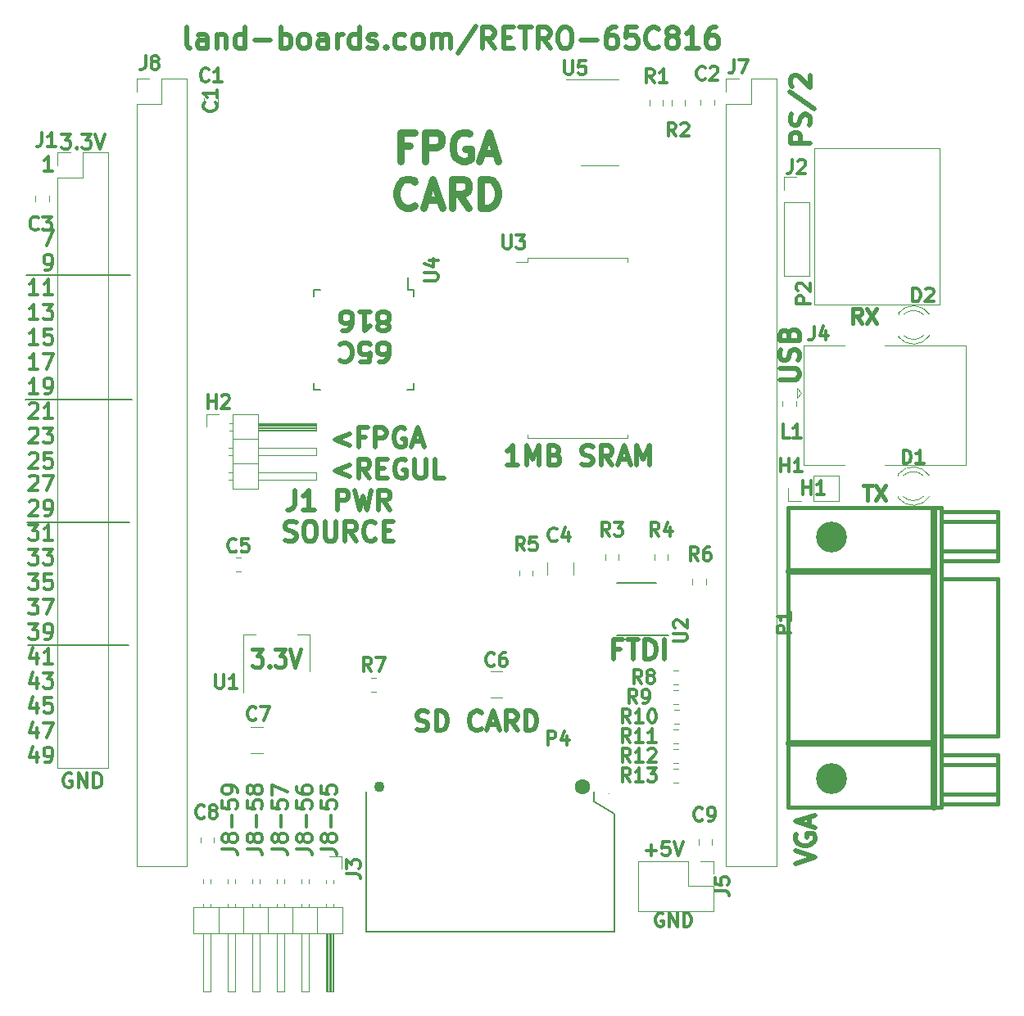
<source format=gto>
G04 #@! TF.GenerationSoftware,KiCad,Pcbnew,(6.0.1)*
G04 #@! TF.CreationDate,2022-08-21T20:10:10-04:00*
G04 #@! TF.ProjectId,RETRO-65C816,52455452-4f2d-4363-9543-3831362e6b69,3*
G04 #@! TF.SameCoordinates,Original*
G04 #@! TF.FileFunction,Legend,Top*
G04 #@! TF.FilePolarity,Positive*
%FSLAX46Y46*%
G04 Gerber Fmt 4.6, Leading zero omitted, Abs format (unit mm)*
G04 Created by KiCad (PCBNEW (6.0.1)) date 2022-08-21 20:10:10*
%MOMM*%
%LPD*%
G01*
G04 APERTURE LIST*
%ADD10C,0.200000*%
%ADD11C,0.500000*%
%ADD12C,0.412750*%
%ADD13C,0.750000*%
%ADD14C,0.300000*%
%ADD15C,0.381000*%
%ADD16C,0.349250*%
%ADD17C,0.539750*%
%ADD18C,0.342900*%
%ADD19C,0.150000*%
%ADD20C,0.120000*%
%ADD21C,0.010000*%
%ADD22C,0.650000*%
%ADD23C,1.100000*%
%ADD24C,1.600000*%
%ADD25C,3.200000*%
G04 APERTURE END LIST*
D10*
X21234400Y-62687200D02*
X10668000Y-62661800D01*
X21158200Y-75361800D02*
X10718800Y-75387200D01*
X21336000Y-37134800D02*
X10541000Y-37134800D01*
X21513800Y-49961800D02*
X10490200Y-49961800D01*
D11*
X91582761Y-23542190D02*
X89582761Y-23542190D01*
X89582761Y-22780285D01*
X89678000Y-22589809D01*
X89773238Y-22494571D01*
X89963714Y-22399333D01*
X90249428Y-22399333D01*
X90439904Y-22494571D01*
X90535142Y-22589809D01*
X90630380Y-22780285D01*
X90630380Y-23542190D01*
X91487523Y-21637428D02*
X91582761Y-21351714D01*
X91582761Y-20875523D01*
X91487523Y-20685047D01*
X91392285Y-20589809D01*
X91201809Y-20494571D01*
X91011333Y-20494571D01*
X90820857Y-20589809D01*
X90725619Y-20685047D01*
X90630380Y-20875523D01*
X90535142Y-21256476D01*
X90439904Y-21446952D01*
X90344666Y-21542190D01*
X90154190Y-21637428D01*
X89963714Y-21637428D01*
X89773238Y-21542190D01*
X89678000Y-21446952D01*
X89582761Y-21256476D01*
X89582761Y-20780285D01*
X89678000Y-20494571D01*
X89487523Y-18208857D02*
X92058952Y-19923142D01*
X89773238Y-17637428D02*
X89678000Y-17542190D01*
X89582761Y-17351714D01*
X89582761Y-16875523D01*
X89678000Y-16685047D01*
X89773238Y-16589809D01*
X89963714Y-16494571D01*
X90154190Y-16494571D01*
X90439904Y-16589809D01*
X91582761Y-17732666D01*
X91582761Y-16494571D01*
D12*
X33961009Y-75791785D02*
X34983057Y-75791785D01*
X34432723Y-76517500D01*
X34668580Y-76517500D01*
X34825819Y-76608214D01*
X34904438Y-76698928D01*
X34983057Y-76880357D01*
X34983057Y-77333928D01*
X34904438Y-77515357D01*
X34825819Y-77606071D01*
X34668580Y-77696785D01*
X34196866Y-77696785D01*
X34039628Y-77606071D01*
X33961009Y-77515357D01*
X35690628Y-77515357D02*
X35769247Y-77606071D01*
X35690628Y-77696785D01*
X35612009Y-77606071D01*
X35690628Y-77515357D01*
X35690628Y-77696785D01*
X36319580Y-75791785D02*
X37341628Y-75791785D01*
X36791295Y-76517500D01*
X37027152Y-76517500D01*
X37184390Y-76608214D01*
X37263009Y-76698928D01*
X37341628Y-76880357D01*
X37341628Y-77333928D01*
X37263009Y-77515357D01*
X37184390Y-77606071D01*
X37027152Y-77696785D01*
X36555438Y-77696785D01*
X36398200Y-77606071D01*
X36319580Y-77515357D01*
X37813342Y-75791785D02*
X38363676Y-77696785D01*
X38914009Y-75791785D01*
D13*
X50244857Y-23786714D02*
X49244857Y-23786714D01*
X49244857Y-25358142D02*
X49244857Y-22358142D01*
X50673428Y-22358142D01*
X51816285Y-25358142D02*
X51816285Y-22358142D01*
X52959142Y-22358142D01*
X53244857Y-22501000D01*
X53387714Y-22643857D01*
X53530571Y-22929571D01*
X53530571Y-23358142D01*
X53387714Y-23643857D01*
X53244857Y-23786714D01*
X52959142Y-23929571D01*
X51816285Y-23929571D01*
X56387714Y-22501000D02*
X56102000Y-22358142D01*
X55673428Y-22358142D01*
X55244857Y-22501000D01*
X54959142Y-22786714D01*
X54816285Y-23072428D01*
X54673428Y-23643857D01*
X54673428Y-24072428D01*
X54816285Y-24643857D01*
X54959142Y-24929571D01*
X55244857Y-25215285D01*
X55673428Y-25358142D01*
X55959142Y-25358142D01*
X56387714Y-25215285D01*
X56530571Y-25072428D01*
X56530571Y-24072428D01*
X55959142Y-24072428D01*
X57673428Y-24501000D02*
X59102000Y-24501000D01*
X57387714Y-25358142D02*
X58387714Y-22358142D01*
X59387714Y-25358142D01*
X50744857Y-29902428D02*
X50602000Y-30045285D01*
X50173428Y-30188142D01*
X49887714Y-30188142D01*
X49459142Y-30045285D01*
X49173428Y-29759571D01*
X49030571Y-29473857D01*
X48887714Y-28902428D01*
X48887714Y-28473857D01*
X49030571Y-27902428D01*
X49173428Y-27616714D01*
X49459142Y-27331000D01*
X49887714Y-27188142D01*
X50173428Y-27188142D01*
X50602000Y-27331000D01*
X50744857Y-27473857D01*
X51887714Y-29331000D02*
X53316285Y-29331000D01*
X51602000Y-30188142D02*
X52602000Y-27188142D01*
X53602000Y-30188142D01*
X56316285Y-30188142D02*
X55316285Y-28759571D01*
X54602000Y-30188142D02*
X54602000Y-27188142D01*
X55744857Y-27188142D01*
X56030571Y-27331000D01*
X56173428Y-27473857D01*
X56316285Y-27759571D01*
X56316285Y-28188142D01*
X56173428Y-28473857D01*
X56030571Y-28616714D01*
X55744857Y-28759571D01*
X54602000Y-28759571D01*
X57602000Y-30188142D02*
X57602000Y-27188142D01*
X58316285Y-27188142D01*
X58744857Y-27331000D01*
X59030571Y-27616714D01*
X59173428Y-27902428D01*
X59316285Y-28473857D01*
X59316285Y-28902428D01*
X59173428Y-29473857D01*
X59030571Y-29759571D01*
X58744857Y-30045285D01*
X58316285Y-30188142D01*
X57602000Y-30188142D01*
D11*
X88465161Y-47939009D02*
X90084209Y-47939009D01*
X90274685Y-47843771D01*
X90369923Y-47748533D01*
X90465161Y-47558057D01*
X90465161Y-47177104D01*
X90369923Y-46986628D01*
X90274685Y-46891390D01*
X90084209Y-46796152D01*
X88465161Y-46796152D01*
X90369923Y-45939009D02*
X90465161Y-45653295D01*
X90465161Y-45177104D01*
X90369923Y-44986628D01*
X90274685Y-44891390D01*
X90084209Y-44796152D01*
X89893733Y-44796152D01*
X89703257Y-44891390D01*
X89608019Y-44986628D01*
X89512780Y-45177104D01*
X89417542Y-45558057D01*
X89322304Y-45748533D01*
X89227066Y-45843771D01*
X89036590Y-45939009D01*
X88846114Y-45939009D01*
X88655638Y-45843771D01*
X88560400Y-45748533D01*
X88465161Y-45558057D01*
X88465161Y-45081866D01*
X88560400Y-44796152D01*
X89417542Y-43272342D02*
X89512780Y-42986628D01*
X89608019Y-42891390D01*
X89798495Y-42796152D01*
X90084209Y-42796152D01*
X90274685Y-42891390D01*
X90369923Y-42986628D01*
X90465161Y-43177104D01*
X90465161Y-43939009D01*
X88465161Y-43939009D01*
X88465161Y-43272342D01*
X88560400Y-43081866D01*
X88655638Y-42986628D01*
X88846114Y-42891390D01*
X89036590Y-42891390D01*
X89227066Y-42986628D01*
X89322304Y-43081866D01*
X89417542Y-43272342D01*
X89417542Y-43939009D01*
D14*
X15265542Y-88708800D02*
X15122685Y-88637371D01*
X14908400Y-88637371D01*
X14694114Y-88708800D01*
X14551257Y-88851657D01*
X14479828Y-88994514D01*
X14408400Y-89280228D01*
X14408400Y-89494514D01*
X14479828Y-89780228D01*
X14551257Y-89923085D01*
X14694114Y-90065942D01*
X14908400Y-90137371D01*
X15051257Y-90137371D01*
X15265542Y-90065942D01*
X15336971Y-89994514D01*
X15336971Y-89494514D01*
X15051257Y-89494514D01*
X15979828Y-90137371D02*
X15979828Y-88637371D01*
X16836971Y-90137371D01*
X16836971Y-88637371D01*
X17551257Y-90137371D02*
X17551257Y-88637371D01*
X17908400Y-88637371D01*
X18122685Y-88708800D01*
X18265542Y-88851657D01*
X18336971Y-88994514D01*
X18408400Y-89280228D01*
X18408400Y-89494514D01*
X18336971Y-89780228D01*
X18265542Y-89923085D01*
X18122685Y-90065942D01*
X17908400Y-90137371D01*
X17551257Y-90137371D01*
X14219514Y-22571971D02*
X15148085Y-22571971D01*
X14648085Y-23143400D01*
X14862371Y-23143400D01*
X15005228Y-23214828D01*
X15076657Y-23286257D01*
X15148085Y-23429114D01*
X15148085Y-23786257D01*
X15076657Y-23929114D01*
X15005228Y-24000542D01*
X14862371Y-24071971D01*
X14433800Y-24071971D01*
X14290942Y-24000542D01*
X14219514Y-23929114D01*
X15790942Y-23929114D02*
X15862371Y-24000542D01*
X15790942Y-24071971D01*
X15719514Y-24000542D01*
X15790942Y-23929114D01*
X15790942Y-24071971D01*
X16362371Y-22571971D02*
X17290942Y-22571971D01*
X16790942Y-23143400D01*
X17005228Y-23143400D01*
X17148085Y-23214828D01*
X17219514Y-23286257D01*
X17290942Y-23429114D01*
X17290942Y-23786257D01*
X17219514Y-23929114D01*
X17148085Y-24000542D01*
X17005228Y-24071971D01*
X16576657Y-24071971D01*
X16433800Y-24000542D01*
X16362371Y-23929114D01*
X17719514Y-22571971D02*
X18219514Y-24071971D01*
X18719514Y-22571971D01*
D11*
X50959523Y-84121523D02*
X51245238Y-84216761D01*
X51721428Y-84216761D01*
X51911904Y-84121523D01*
X52007142Y-84026285D01*
X52102380Y-83835809D01*
X52102380Y-83645333D01*
X52007142Y-83454857D01*
X51911904Y-83359619D01*
X51721428Y-83264380D01*
X51340476Y-83169142D01*
X51150000Y-83073904D01*
X51054761Y-82978666D01*
X50959523Y-82788190D01*
X50959523Y-82597714D01*
X51054761Y-82407238D01*
X51150000Y-82312000D01*
X51340476Y-82216761D01*
X51816666Y-82216761D01*
X52102380Y-82312000D01*
X52959523Y-84216761D02*
X52959523Y-82216761D01*
X53435714Y-82216761D01*
X53721428Y-82312000D01*
X53911904Y-82502476D01*
X54007142Y-82692952D01*
X54102380Y-83073904D01*
X54102380Y-83359619D01*
X54007142Y-83740571D01*
X53911904Y-83931047D01*
X53721428Y-84121523D01*
X53435714Y-84216761D01*
X52959523Y-84216761D01*
X57626190Y-84026285D02*
X57530952Y-84121523D01*
X57245238Y-84216761D01*
X57054761Y-84216761D01*
X56769047Y-84121523D01*
X56578571Y-83931047D01*
X56483333Y-83740571D01*
X56388095Y-83359619D01*
X56388095Y-83073904D01*
X56483333Y-82692952D01*
X56578571Y-82502476D01*
X56769047Y-82312000D01*
X57054761Y-82216761D01*
X57245238Y-82216761D01*
X57530952Y-82312000D01*
X57626190Y-82407238D01*
X58388095Y-83645333D02*
X59340476Y-83645333D01*
X58197619Y-84216761D02*
X58864285Y-82216761D01*
X59530952Y-84216761D01*
X61340476Y-84216761D02*
X60673809Y-83264380D01*
X60197619Y-84216761D02*
X60197619Y-82216761D01*
X60959523Y-82216761D01*
X61150000Y-82312000D01*
X61245238Y-82407238D01*
X61340476Y-82597714D01*
X61340476Y-82883428D01*
X61245238Y-83073904D01*
X61150000Y-83169142D01*
X60959523Y-83264380D01*
X60197619Y-83264380D01*
X62197619Y-84216761D02*
X62197619Y-82216761D01*
X62673809Y-82216761D01*
X62959523Y-82312000D01*
X63150000Y-82502476D01*
X63245238Y-82692952D01*
X63340476Y-83073904D01*
X63340476Y-83359619D01*
X63245238Y-83740571D01*
X63150000Y-83931047D01*
X62959523Y-84121523D01*
X62673809Y-84216761D01*
X62197619Y-84216761D01*
X90090761Y-98027809D02*
X92090761Y-97361142D01*
X90090761Y-96694476D01*
X90186000Y-94980190D02*
X90090761Y-95170666D01*
X90090761Y-95456380D01*
X90186000Y-95742095D01*
X90376476Y-95932571D01*
X90566952Y-96027809D01*
X90947904Y-96123047D01*
X91233619Y-96123047D01*
X91614571Y-96027809D01*
X91805047Y-95932571D01*
X91995523Y-95742095D01*
X92090761Y-95456380D01*
X92090761Y-95265904D01*
X91995523Y-94980190D01*
X91900285Y-94884952D01*
X91233619Y-94884952D01*
X91233619Y-95265904D01*
X91519333Y-94123047D02*
X91519333Y-93170666D01*
X92090761Y-94313523D02*
X90090761Y-93646857D01*
X92090761Y-92980190D01*
X38354571Y-59397761D02*
X38354571Y-60826333D01*
X38259333Y-61112047D01*
X38068857Y-61302523D01*
X37783142Y-61397761D01*
X37592666Y-61397761D01*
X40354571Y-61397761D02*
X39211714Y-61397761D01*
X39783142Y-61397761D02*
X39783142Y-59397761D01*
X39592666Y-59683476D01*
X39402190Y-59873952D01*
X39211714Y-59969190D01*
X42735523Y-61397761D02*
X42735523Y-59397761D01*
X43497428Y-59397761D01*
X43687904Y-59493000D01*
X43783142Y-59588238D01*
X43878380Y-59778714D01*
X43878380Y-60064428D01*
X43783142Y-60254904D01*
X43687904Y-60350142D01*
X43497428Y-60445380D01*
X42735523Y-60445380D01*
X44545047Y-59397761D02*
X45021238Y-61397761D01*
X45402190Y-59969190D01*
X45783142Y-61397761D01*
X46259333Y-59397761D01*
X48164095Y-61397761D02*
X47497428Y-60445380D01*
X47021238Y-61397761D02*
X47021238Y-59397761D01*
X47783142Y-59397761D01*
X47973619Y-59493000D01*
X48068857Y-59588238D01*
X48164095Y-59778714D01*
X48164095Y-60064428D01*
X48068857Y-60254904D01*
X47973619Y-60350142D01*
X47783142Y-60445380D01*
X47021238Y-60445380D01*
X37354571Y-64522523D02*
X37640285Y-64617761D01*
X38116476Y-64617761D01*
X38306952Y-64522523D01*
X38402190Y-64427285D01*
X38497428Y-64236809D01*
X38497428Y-64046333D01*
X38402190Y-63855857D01*
X38306952Y-63760619D01*
X38116476Y-63665380D01*
X37735523Y-63570142D01*
X37545047Y-63474904D01*
X37449809Y-63379666D01*
X37354571Y-63189190D01*
X37354571Y-62998714D01*
X37449809Y-62808238D01*
X37545047Y-62713000D01*
X37735523Y-62617761D01*
X38211714Y-62617761D01*
X38497428Y-62713000D01*
X39735523Y-62617761D02*
X40116476Y-62617761D01*
X40306952Y-62713000D01*
X40497428Y-62903476D01*
X40592666Y-63284428D01*
X40592666Y-63951095D01*
X40497428Y-64332047D01*
X40306952Y-64522523D01*
X40116476Y-64617761D01*
X39735523Y-64617761D01*
X39545047Y-64522523D01*
X39354571Y-64332047D01*
X39259333Y-63951095D01*
X39259333Y-63284428D01*
X39354571Y-62903476D01*
X39545047Y-62713000D01*
X39735523Y-62617761D01*
X41449809Y-62617761D02*
X41449809Y-64236809D01*
X41545047Y-64427285D01*
X41640285Y-64522523D01*
X41830761Y-64617761D01*
X42211714Y-64617761D01*
X42402190Y-64522523D01*
X42497428Y-64427285D01*
X42592666Y-64236809D01*
X42592666Y-62617761D01*
X44687904Y-64617761D02*
X44021238Y-63665380D01*
X43545047Y-64617761D02*
X43545047Y-62617761D01*
X44306952Y-62617761D01*
X44497428Y-62713000D01*
X44592666Y-62808238D01*
X44687904Y-62998714D01*
X44687904Y-63284428D01*
X44592666Y-63474904D01*
X44497428Y-63570142D01*
X44306952Y-63665380D01*
X43545047Y-63665380D01*
X46687904Y-64427285D02*
X46592666Y-64522523D01*
X46306952Y-64617761D01*
X46116476Y-64617761D01*
X45830761Y-64522523D01*
X45640285Y-64332047D01*
X45545047Y-64141571D01*
X45449809Y-63760619D01*
X45449809Y-63474904D01*
X45545047Y-63093952D01*
X45640285Y-62903476D01*
X45830761Y-62713000D01*
X46116476Y-62617761D01*
X46306952Y-62617761D01*
X46592666Y-62713000D01*
X46687904Y-62808238D01*
X47545047Y-63570142D02*
X48211714Y-63570142D01*
X48497428Y-64617761D02*
X47545047Y-64617761D01*
X47545047Y-62617761D01*
X48497428Y-62617761D01*
X43981000Y-53587428D02*
X42457190Y-54158857D01*
X43981000Y-54730285D01*
X45600047Y-53873142D02*
X44933380Y-53873142D01*
X44933380Y-54920761D02*
X44933380Y-52920761D01*
X45885761Y-52920761D01*
X46647666Y-54920761D02*
X46647666Y-52920761D01*
X47409571Y-52920761D01*
X47600047Y-53016000D01*
X47695285Y-53111238D01*
X47790523Y-53301714D01*
X47790523Y-53587428D01*
X47695285Y-53777904D01*
X47600047Y-53873142D01*
X47409571Y-53968380D01*
X46647666Y-53968380D01*
X49695285Y-53016000D02*
X49504809Y-52920761D01*
X49219095Y-52920761D01*
X48933380Y-53016000D01*
X48742904Y-53206476D01*
X48647666Y-53396952D01*
X48552428Y-53777904D01*
X48552428Y-54063619D01*
X48647666Y-54444571D01*
X48742904Y-54635047D01*
X48933380Y-54825523D01*
X49219095Y-54920761D01*
X49409571Y-54920761D01*
X49695285Y-54825523D01*
X49790523Y-54730285D01*
X49790523Y-54063619D01*
X49409571Y-54063619D01*
X50552428Y-54349333D02*
X51504809Y-54349333D01*
X50361952Y-54920761D02*
X51028619Y-52920761D01*
X51695285Y-54920761D01*
X43981000Y-56807428D02*
X42457190Y-57378857D01*
X43981000Y-57950285D01*
X46076238Y-58140761D02*
X45409571Y-57188380D01*
X44933380Y-58140761D02*
X44933380Y-56140761D01*
X45695285Y-56140761D01*
X45885761Y-56236000D01*
X45981000Y-56331238D01*
X46076238Y-56521714D01*
X46076238Y-56807428D01*
X45981000Y-56997904D01*
X45885761Y-57093142D01*
X45695285Y-57188380D01*
X44933380Y-57188380D01*
X46933380Y-57093142D02*
X47600047Y-57093142D01*
X47885761Y-58140761D02*
X46933380Y-58140761D01*
X46933380Y-56140761D01*
X47885761Y-56140761D01*
X49790523Y-56236000D02*
X49600047Y-56140761D01*
X49314333Y-56140761D01*
X49028619Y-56236000D01*
X48838142Y-56426476D01*
X48742904Y-56616952D01*
X48647666Y-56997904D01*
X48647666Y-57283619D01*
X48742904Y-57664571D01*
X48838142Y-57855047D01*
X49028619Y-58045523D01*
X49314333Y-58140761D01*
X49504809Y-58140761D01*
X49790523Y-58045523D01*
X49885761Y-57950285D01*
X49885761Y-57283619D01*
X49504809Y-57283619D01*
X50742904Y-56140761D02*
X50742904Y-57759809D01*
X50838142Y-57950285D01*
X50933380Y-58045523D01*
X51123857Y-58140761D01*
X51504809Y-58140761D01*
X51695285Y-58045523D01*
X51790523Y-57950285D01*
X51885761Y-57759809D01*
X51885761Y-56140761D01*
X53790523Y-58140761D02*
X52838142Y-58140761D01*
X52838142Y-56140761D01*
D15*
X97136857Y-58855428D02*
X98007714Y-58855428D01*
X97572285Y-60379428D02*
X97572285Y-58855428D01*
X98370571Y-58855428D02*
X99386571Y-60379428D01*
X99386571Y-58855428D02*
X98370571Y-60379428D01*
X96901000Y-42091428D02*
X96393000Y-41365714D01*
X96030142Y-42091428D02*
X96030142Y-40567428D01*
X96610714Y-40567428D01*
X96755857Y-40640000D01*
X96828428Y-40712571D01*
X96901000Y-40857714D01*
X96901000Y-41075428D01*
X96828428Y-41220571D01*
X96755857Y-41293142D01*
X96610714Y-41365714D01*
X96030142Y-41365714D01*
X97409000Y-40567428D02*
X98425000Y-42091428D01*
X98425000Y-40567428D02*
X97409000Y-42091428D01*
D16*
X74657857Y-96619785D02*
X75722238Y-96619785D01*
X75190047Y-97151976D02*
X75190047Y-96087595D01*
X77052714Y-95754976D02*
X76387476Y-95754976D01*
X76320952Y-96420214D01*
X76387476Y-96353690D01*
X76520523Y-96287166D01*
X76853142Y-96287166D01*
X76986190Y-96353690D01*
X77052714Y-96420214D01*
X77119238Y-96553261D01*
X77119238Y-96885880D01*
X77052714Y-97018928D01*
X76986190Y-97085452D01*
X76853142Y-97151976D01*
X76520523Y-97151976D01*
X76387476Y-97085452D01*
X76320952Y-97018928D01*
X77518380Y-95754976D02*
X77984047Y-97151976D01*
X78449714Y-95754976D01*
X10894558Y-57995533D02*
X10970154Y-57919938D01*
X11121344Y-57844342D01*
X11499320Y-57844342D01*
X11650511Y-57919938D01*
X11726106Y-57995533D01*
X11801701Y-58146723D01*
X11801701Y-58297914D01*
X11726106Y-58524699D01*
X10818963Y-59431842D01*
X11801701Y-59431842D01*
X12330868Y-57844342D02*
X13389201Y-57844342D01*
X12708844Y-59431842D01*
X10894558Y-60551408D02*
X10970154Y-60475813D01*
X11121344Y-60400217D01*
X11499320Y-60400217D01*
X11650511Y-60475813D01*
X11726106Y-60551408D01*
X11801701Y-60702598D01*
X11801701Y-60853789D01*
X11726106Y-61080574D01*
X10818963Y-61987717D01*
X11801701Y-61987717D01*
X12557654Y-61987717D02*
X12860035Y-61987717D01*
X13011225Y-61912122D01*
X13086820Y-61836527D01*
X13238011Y-61609741D01*
X13313606Y-61307360D01*
X13313606Y-60702598D01*
X13238011Y-60551408D01*
X13162416Y-60475813D01*
X13011225Y-60400217D01*
X12708844Y-60400217D01*
X12557654Y-60475813D01*
X12482058Y-60551408D01*
X12406463Y-60702598D01*
X12406463Y-61080574D01*
X12482058Y-61231765D01*
X12557654Y-61307360D01*
X12708844Y-61382955D01*
X13011225Y-61382955D01*
X13162416Y-61307360D01*
X13238011Y-61231765D01*
X13313606Y-61080574D01*
X10818963Y-62956092D02*
X11801701Y-62956092D01*
X11272535Y-63560854D01*
X11499320Y-63560854D01*
X11650511Y-63636449D01*
X11726106Y-63712045D01*
X11801701Y-63863235D01*
X11801701Y-64241211D01*
X11726106Y-64392402D01*
X11650511Y-64467997D01*
X11499320Y-64543592D01*
X11045749Y-64543592D01*
X10894558Y-64467997D01*
X10818963Y-64392402D01*
X13313606Y-64543592D02*
X12406463Y-64543592D01*
X12860035Y-64543592D02*
X12860035Y-62956092D01*
X12708844Y-63182878D01*
X12557654Y-63334068D01*
X12406463Y-63409664D01*
X10818963Y-65511967D02*
X11801701Y-65511967D01*
X11272535Y-66116729D01*
X11499320Y-66116729D01*
X11650511Y-66192324D01*
X11726106Y-66267920D01*
X11801701Y-66419110D01*
X11801701Y-66797086D01*
X11726106Y-66948277D01*
X11650511Y-67023872D01*
X11499320Y-67099467D01*
X11045749Y-67099467D01*
X10894558Y-67023872D01*
X10818963Y-66948277D01*
X12330868Y-65511967D02*
X13313606Y-65511967D01*
X12784439Y-66116729D01*
X13011225Y-66116729D01*
X13162416Y-66192324D01*
X13238011Y-66267920D01*
X13313606Y-66419110D01*
X13313606Y-66797086D01*
X13238011Y-66948277D01*
X13162416Y-67023872D01*
X13011225Y-67099467D01*
X12557654Y-67099467D01*
X12406463Y-67023872D01*
X12330868Y-66948277D01*
X10818963Y-68067842D02*
X11801701Y-68067842D01*
X11272535Y-68672604D01*
X11499320Y-68672604D01*
X11650511Y-68748199D01*
X11726106Y-68823795D01*
X11801701Y-68974985D01*
X11801701Y-69352961D01*
X11726106Y-69504152D01*
X11650511Y-69579747D01*
X11499320Y-69655342D01*
X11045749Y-69655342D01*
X10894558Y-69579747D01*
X10818963Y-69504152D01*
X13238011Y-68067842D02*
X12482058Y-68067842D01*
X12406463Y-68823795D01*
X12482058Y-68748199D01*
X12633249Y-68672604D01*
X13011225Y-68672604D01*
X13162416Y-68748199D01*
X13238011Y-68823795D01*
X13313606Y-68974985D01*
X13313606Y-69352961D01*
X13238011Y-69504152D01*
X13162416Y-69579747D01*
X13011225Y-69655342D01*
X12633249Y-69655342D01*
X12482058Y-69579747D01*
X12406463Y-69504152D01*
X10818963Y-70623717D02*
X11801701Y-70623717D01*
X11272535Y-71228479D01*
X11499320Y-71228479D01*
X11650511Y-71304074D01*
X11726106Y-71379670D01*
X11801701Y-71530860D01*
X11801701Y-71908836D01*
X11726106Y-72060027D01*
X11650511Y-72135622D01*
X11499320Y-72211217D01*
X11045749Y-72211217D01*
X10894558Y-72135622D01*
X10818963Y-72060027D01*
X12330868Y-70623717D02*
X13389201Y-70623717D01*
X12708844Y-72211217D01*
X10818963Y-73179592D02*
X11801701Y-73179592D01*
X11272535Y-73784354D01*
X11499320Y-73784354D01*
X11650511Y-73859949D01*
X11726106Y-73935545D01*
X11801701Y-74086735D01*
X11801701Y-74464711D01*
X11726106Y-74615902D01*
X11650511Y-74691497D01*
X11499320Y-74767092D01*
X11045749Y-74767092D01*
X10894558Y-74691497D01*
X10818963Y-74615902D01*
X12557654Y-74767092D02*
X12860035Y-74767092D01*
X13011225Y-74691497D01*
X13086820Y-74615902D01*
X13238011Y-74389116D01*
X13313606Y-74086735D01*
X13313606Y-73481973D01*
X13238011Y-73330783D01*
X13162416Y-73255188D01*
X13011225Y-73179592D01*
X12708844Y-73179592D01*
X12557654Y-73255188D01*
X12482058Y-73330783D01*
X12406463Y-73481973D01*
X12406463Y-73859949D01*
X12482058Y-74011140D01*
X12557654Y-74086735D01*
X12708844Y-74162330D01*
X13011225Y-74162330D01*
X13162416Y-74086735D01*
X13238011Y-74011140D01*
X13313606Y-73859949D01*
X11650511Y-76264634D02*
X11650511Y-77322967D01*
X11272535Y-75659872D02*
X10894558Y-76793801D01*
X11877297Y-76793801D01*
X13313606Y-77322967D02*
X12406463Y-77322967D01*
X12860035Y-77322967D02*
X12860035Y-75735467D01*
X12708844Y-75962253D01*
X12557654Y-76113443D01*
X12406463Y-76189039D01*
X11650511Y-78820509D02*
X11650511Y-79878842D01*
X11272535Y-78215747D02*
X10894558Y-79349676D01*
X11877297Y-79349676D01*
X12330868Y-78291342D02*
X13313606Y-78291342D01*
X12784439Y-78896104D01*
X13011225Y-78896104D01*
X13162416Y-78971699D01*
X13238011Y-79047295D01*
X13313606Y-79198485D01*
X13313606Y-79576461D01*
X13238011Y-79727652D01*
X13162416Y-79803247D01*
X13011225Y-79878842D01*
X12557654Y-79878842D01*
X12406463Y-79803247D01*
X12330868Y-79727652D01*
X11650511Y-81376384D02*
X11650511Y-82434717D01*
X11272535Y-80771622D02*
X10894558Y-81905551D01*
X11877297Y-81905551D01*
X13238011Y-80847217D02*
X12482058Y-80847217D01*
X12406463Y-81603170D01*
X12482058Y-81527574D01*
X12633249Y-81451979D01*
X13011225Y-81451979D01*
X13162416Y-81527574D01*
X13238011Y-81603170D01*
X13313606Y-81754360D01*
X13313606Y-82132336D01*
X13238011Y-82283527D01*
X13162416Y-82359122D01*
X13011225Y-82434717D01*
X12633249Y-82434717D01*
X12482058Y-82359122D01*
X12406463Y-82283527D01*
X11650511Y-83932259D02*
X11650511Y-84990592D01*
X11272535Y-83327497D02*
X10894558Y-84461426D01*
X11877297Y-84461426D01*
X12330868Y-83403092D02*
X13389201Y-83403092D01*
X12708844Y-84990592D01*
X11650511Y-86488134D02*
X11650511Y-87546467D01*
X11272535Y-85883372D02*
X10894558Y-87017301D01*
X11877297Y-87017301D01*
X12557654Y-87546467D02*
X12860035Y-87546467D01*
X13011225Y-87470872D01*
X13086820Y-87395277D01*
X13238011Y-87168491D01*
X13313606Y-86866110D01*
X13313606Y-86261348D01*
X13238011Y-86110158D01*
X13162416Y-86034563D01*
X13011225Y-85958967D01*
X12708844Y-85958967D01*
X12557654Y-86034563D01*
X12482058Y-86110158D01*
X12406463Y-86261348D01*
X12406463Y-86639324D01*
X12482058Y-86790515D01*
X12557654Y-86866110D01*
X12708844Y-86941705D01*
X13011225Y-86941705D01*
X13162416Y-86866110D01*
X13238011Y-86790515D01*
X13313606Y-86639324D01*
D11*
X47109666Y-46139238D02*
X47490619Y-46139238D01*
X47681095Y-46044000D01*
X47776333Y-45948761D01*
X47966809Y-45663047D01*
X48062047Y-45282095D01*
X48062047Y-44520190D01*
X47966809Y-44329714D01*
X47871571Y-44234476D01*
X47681095Y-44139238D01*
X47300142Y-44139238D01*
X47109666Y-44234476D01*
X47014428Y-44329714D01*
X46919190Y-44520190D01*
X46919190Y-44996380D01*
X47014428Y-45186857D01*
X47109666Y-45282095D01*
X47300142Y-45377333D01*
X47681095Y-45377333D01*
X47871571Y-45282095D01*
X47966809Y-45186857D01*
X48062047Y-44996380D01*
X45109666Y-46139238D02*
X46062047Y-46139238D01*
X46157285Y-45186857D01*
X46062047Y-45282095D01*
X45871571Y-45377333D01*
X45395380Y-45377333D01*
X45204904Y-45282095D01*
X45109666Y-45186857D01*
X45014428Y-44996380D01*
X45014428Y-44520190D01*
X45109666Y-44329714D01*
X45204904Y-44234476D01*
X45395380Y-44139238D01*
X45871571Y-44139238D01*
X46062047Y-44234476D01*
X46157285Y-44329714D01*
X43014428Y-44329714D02*
X43109666Y-44234476D01*
X43395380Y-44139238D01*
X43585857Y-44139238D01*
X43871571Y-44234476D01*
X44062047Y-44424952D01*
X44157285Y-44615428D01*
X44252523Y-44996380D01*
X44252523Y-45282095D01*
X44157285Y-45663047D01*
X44062047Y-45853523D01*
X43871571Y-46044000D01*
X43585857Y-46139238D01*
X43395380Y-46139238D01*
X43109666Y-46044000D01*
X43014428Y-45948761D01*
X47681095Y-42062095D02*
X47871571Y-42157333D01*
X47966809Y-42252571D01*
X48062047Y-42443047D01*
X48062047Y-42538285D01*
X47966809Y-42728761D01*
X47871571Y-42824000D01*
X47681095Y-42919238D01*
X47300142Y-42919238D01*
X47109666Y-42824000D01*
X47014428Y-42728761D01*
X46919190Y-42538285D01*
X46919190Y-42443047D01*
X47014428Y-42252571D01*
X47109666Y-42157333D01*
X47300142Y-42062095D01*
X47681095Y-42062095D01*
X47871571Y-41966857D01*
X47966809Y-41871619D01*
X48062047Y-41681142D01*
X48062047Y-41300190D01*
X47966809Y-41109714D01*
X47871571Y-41014476D01*
X47681095Y-40919238D01*
X47300142Y-40919238D01*
X47109666Y-41014476D01*
X47014428Y-41109714D01*
X46919190Y-41300190D01*
X46919190Y-41681142D01*
X47014428Y-41871619D01*
X47109666Y-41966857D01*
X47300142Y-42062095D01*
X45014428Y-40919238D02*
X46157285Y-40919238D01*
X45585857Y-40919238D02*
X45585857Y-42919238D01*
X45776333Y-42633523D01*
X45966809Y-42443047D01*
X46157285Y-42347809D01*
X43300142Y-42919238D02*
X43681095Y-42919238D01*
X43871571Y-42824000D01*
X43966809Y-42728761D01*
X44157285Y-42443047D01*
X44252523Y-42062095D01*
X44252523Y-41300190D01*
X44157285Y-41109714D01*
X44062047Y-41014476D01*
X43871571Y-40919238D01*
X43490619Y-40919238D01*
X43300142Y-41014476D01*
X43204904Y-41109714D01*
X43109666Y-41300190D01*
X43109666Y-41776380D01*
X43204904Y-41966857D01*
X43300142Y-42062095D01*
X43490619Y-42157333D01*
X43871571Y-42157333D01*
X44062047Y-42062095D01*
X44157285Y-41966857D01*
X44252523Y-41776380D01*
D17*
X27519690Y-13676690D02*
X27314071Y-13573880D01*
X27211261Y-13368261D01*
X27211261Y-11517690D01*
X29267452Y-13676690D02*
X29267452Y-12545785D01*
X29164642Y-12340166D01*
X28959023Y-12237357D01*
X28547785Y-12237357D01*
X28342166Y-12340166D01*
X29267452Y-13573880D02*
X29061833Y-13676690D01*
X28547785Y-13676690D01*
X28342166Y-13573880D01*
X28239357Y-13368261D01*
X28239357Y-13162642D01*
X28342166Y-12957023D01*
X28547785Y-12854214D01*
X29061833Y-12854214D01*
X29267452Y-12751404D01*
X30295547Y-12237357D02*
X30295547Y-13676690D01*
X30295547Y-12442976D02*
X30398357Y-12340166D01*
X30603976Y-12237357D01*
X30912404Y-12237357D01*
X31118023Y-12340166D01*
X31220833Y-12545785D01*
X31220833Y-13676690D01*
X33174214Y-13676690D02*
X33174214Y-11517690D01*
X33174214Y-13573880D02*
X32968595Y-13676690D01*
X32557357Y-13676690D01*
X32351738Y-13573880D01*
X32248928Y-13471071D01*
X32146119Y-13265452D01*
X32146119Y-12648595D01*
X32248928Y-12442976D01*
X32351738Y-12340166D01*
X32557357Y-12237357D01*
X32968595Y-12237357D01*
X33174214Y-12340166D01*
X34202309Y-12854214D02*
X35847261Y-12854214D01*
X36875357Y-13676690D02*
X36875357Y-11517690D01*
X36875357Y-12340166D02*
X37080976Y-12237357D01*
X37492214Y-12237357D01*
X37697833Y-12340166D01*
X37800642Y-12442976D01*
X37903452Y-12648595D01*
X37903452Y-13265452D01*
X37800642Y-13471071D01*
X37697833Y-13573880D01*
X37492214Y-13676690D01*
X37080976Y-13676690D01*
X36875357Y-13573880D01*
X39137166Y-13676690D02*
X38931547Y-13573880D01*
X38828738Y-13471071D01*
X38725928Y-13265452D01*
X38725928Y-12648595D01*
X38828738Y-12442976D01*
X38931547Y-12340166D01*
X39137166Y-12237357D01*
X39445595Y-12237357D01*
X39651214Y-12340166D01*
X39754023Y-12442976D01*
X39856833Y-12648595D01*
X39856833Y-13265452D01*
X39754023Y-13471071D01*
X39651214Y-13573880D01*
X39445595Y-13676690D01*
X39137166Y-13676690D01*
X41707404Y-13676690D02*
X41707404Y-12545785D01*
X41604595Y-12340166D01*
X41398976Y-12237357D01*
X40987738Y-12237357D01*
X40782119Y-12340166D01*
X41707404Y-13573880D02*
X41501785Y-13676690D01*
X40987738Y-13676690D01*
X40782119Y-13573880D01*
X40679309Y-13368261D01*
X40679309Y-13162642D01*
X40782119Y-12957023D01*
X40987738Y-12854214D01*
X41501785Y-12854214D01*
X41707404Y-12751404D01*
X42735499Y-13676690D02*
X42735499Y-12237357D01*
X42735499Y-12648595D02*
X42838309Y-12442976D01*
X42941119Y-12340166D01*
X43146738Y-12237357D01*
X43352357Y-12237357D01*
X44997309Y-13676690D02*
X44997309Y-11517690D01*
X44997309Y-13573880D02*
X44791690Y-13676690D01*
X44380452Y-13676690D01*
X44174833Y-13573880D01*
X44072023Y-13471071D01*
X43969214Y-13265452D01*
X43969214Y-12648595D01*
X44072023Y-12442976D01*
X44174833Y-12340166D01*
X44380452Y-12237357D01*
X44791690Y-12237357D01*
X44997309Y-12340166D01*
X45922595Y-13573880D02*
X46128214Y-13676690D01*
X46539452Y-13676690D01*
X46745071Y-13573880D01*
X46847880Y-13368261D01*
X46847880Y-13265452D01*
X46745071Y-13059833D01*
X46539452Y-12957023D01*
X46231023Y-12957023D01*
X46025404Y-12854214D01*
X45922595Y-12648595D01*
X45922595Y-12545785D01*
X46025404Y-12340166D01*
X46231023Y-12237357D01*
X46539452Y-12237357D01*
X46745071Y-12340166D01*
X47773166Y-13471071D02*
X47875976Y-13573880D01*
X47773166Y-13676690D01*
X47670357Y-13573880D01*
X47773166Y-13471071D01*
X47773166Y-13676690D01*
X49726547Y-13573880D02*
X49520928Y-13676690D01*
X49109690Y-13676690D01*
X48904071Y-13573880D01*
X48801261Y-13471071D01*
X48698452Y-13265452D01*
X48698452Y-12648595D01*
X48801261Y-12442976D01*
X48904071Y-12340166D01*
X49109690Y-12237357D01*
X49520928Y-12237357D01*
X49726547Y-12340166D01*
X50960261Y-13676690D02*
X50754642Y-13573880D01*
X50651833Y-13471071D01*
X50549023Y-13265452D01*
X50549023Y-12648595D01*
X50651833Y-12442976D01*
X50754642Y-12340166D01*
X50960261Y-12237357D01*
X51268690Y-12237357D01*
X51474309Y-12340166D01*
X51577119Y-12442976D01*
X51679928Y-12648595D01*
X51679928Y-13265452D01*
X51577119Y-13471071D01*
X51474309Y-13573880D01*
X51268690Y-13676690D01*
X50960261Y-13676690D01*
X52605214Y-13676690D02*
X52605214Y-12237357D01*
X52605214Y-12442976D02*
X52708023Y-12340166D01*
X52913642Y-12237357D01*
X53222071Y-12237357D01*
X53427690Y-12340166D01*
X53530499Y-12545785D01*
X53530499Y-13676690D01*
X53530499Y-12545785D02*
X53633309Y-12340166D01*
X53838928Y-12237357D01*
X54147357Y-12237357D01*
X54352976Y-12340166D01*
X54455785Y-12545785D01*
X54455785Y-13676690D01*
X57026023Y-11414880D02*
X55175452Y-14190738D01*
X58979404Y-13676690D02*
X58259738Y-12648595D01*
X57745690Y-13676690D02*
X57745690Y-11517690D01*
X58568166Y-11517690D01*
X58773785Y-11620500D01*
X58876595Y-11723309D01*
X58979404Y-11928928D01*
X58979404Y-12237357D01*
X58876595Y-12442976D01*
X58773785Y-12545785D01*
X58568166Y-12648595D01*
X57745690Y-12648595D01*
X59904690Y-12545785D02*
X60624357Y-12545785D01*
X60932785Y-13676690D02*
X59904690Y-13676690D01*
X59904690Y-11517690D01*
X60932785Y-11517690D01*
X61549642Y-11517690D02*
X62783357Y-11517690D01*
X62166499Y-13676690D02*
X62166499Y-11517690D01*
X64736738Y-13676690D02*
X64017071Y-12648595D01*
X63503023Y-13676690D02*
X63503023Y-11517690D01*
X64325499Y-11517690D01*
X64531119Y-11620500D01*
X64633928Y-11723309D01*
X64736738Y-11928928D01*
X64736738Y-12237357D01*
X64633928Y-12442976D01*
X64531119Y-12545785D01*
X64325499Y-12648595D01*
X63503023Y-12648595D01*
X66073261Y-11517690D02*
X66484499Y-11517690D01*
X66690119Y-11620500D01*
X66895738Y-11826119D01*
X66998547Y-12237357D01*
X66998547Y-12957023D01*
X66895738Y-13368261D01*
X66690119Y-13573880D01*
X66484499Y-13676690D01*
X66073261Y-13676690D01*
X65867642Y-13573880D01*
X65662023Y-13368261D01*
X65559214Y-12957023D01*
X65559214Y-12237357D01*
X65662023Y-11826119D01*
X65867642Y-11620500D01*
X66073261Y-11517690D01*
X67923833Y-12854214D02*
X69568785Y-12854214D01*
X71522166Y-11517690D02*
X71110928Y-11517690D01*
X70905309Y-11620500D01*
X70802499Y-11723309D01*
X70596880Y-12031738D01*
X70494071Y-12442976D01*
X70494071Y-13265452D01*
X70596880Y-13471071D01*
X70699690Y-13573880D01*
X70905309Y-13676690D01*
X71316547Y-13676690D01*
X71522166Y-13573880D01*
X71624976Y-13471071D01*
X71727785Y-13265452D01*
X71727785Y-12751404D01*
X71624976Y-12545785D01*
X71522166Y-12442976D01*
X71316547Y-12340166D01*
X70905309Y-12340166D01*
X70699690Y-12442976D01*
X70596880Y-12545785D01*
X70494071Y-12751404D01*
X73681166Y-11517690D02*
X72653071Y-11517690D01*
X72550261Y-12545785D01*
X72653071Y-12442976D01*
X72858690Y-12340166D01*
X73372738Y-12340166D01*
X73578357Y-12442976D01*
X73681166Y-12545785D01*
X73783976Y-12751404D01*
X73783976Y-13265452D01*
X73681166Y-13471071D01*
X73578357Y-13573880D01*
X73372738Y-13676690D01*
X72858690Y-13676690D01*
X72653071Y-13573880D01*
X72550261Y-13471071D01*
X75942976Y-13471071D02*
X75840166Y-13573880D01*
X75531738Y-13676690D01*
X75326119Y-13676690D01*
X75017690Y-13573880D01*
X74812071Y-13368261D01*
X74709261Y-13162642D01*
X74606452Y-12751404D01*
X74606452Y-12442976D01*
X74709261Y-12031738D01*
X74812071Y-11826119D01*
X75017690Y-11620500D01*
X75326119Y-11517690D01*
X75531738Y-11517690D01*
X75840166Y-11620500D01*
X75942976Y-11723309D01*
X77176690Y-12442976D02*
X76971071Y-12340166D01*
X76868261Y-12237357D01*
X76765452Y-12031738D01*
X76765452Y-11928928D01*
X76868261Y-11723309D01*
X76971071Y-11620500D01*
X77176690Y-11517690D01*
X77587928Y-11517690D01*
X77793547Y-11620500D01*
X77896357Y-11723309D01*
X77999166Y-11928928D01*
X77999166Y-12031738D01*
X77896357Y-12237357D01*
X77793547Y-12340166D01*
X77587928Y-12442976D01*
X77176690Y-12442976D01*
X76971071Y-12545785D01*
X76868261Y-12648595D01*
X76765452Y-12854214D01*
X76765452Y-13265452D01*
X76868261Y-13471071D01*
X76971071Y-13573880D01*
X77176690Y-13676690D01*
X77587928Y-13676690D01*
X77793547Y-13573880D01*
X77896357Y-13471071D01*
X77999166Y-13265452D01*
X77999166Y-12854214D01*
X77896357Y-12648595D01*
X77793547Y-12545785D01*
X77587928Y-12442976D01*
X80055357Y-13676690D02*
X78821642Y-13676690D01*
X79438499Y-13676690D02*
X79438499Y-11517690D01*
X79232880Y-11826119D01*
X79027261Y-12031738D01*
X78821642Y-12134547D01*
X81905928Y-11517690D02*
X81494690Y-11517690D01*
X81289071Y-11620500D01*
X81186261Y-11723309D01*
X80980642Y-12031738D01*
X80877833Y-12442976D01*
X80877833Y-13265452D01*
X80980642Y-13471071D01*
X81083452Y-13573880D01*
X81289071Y-13676690D01*
X81700309Y-13676690D01*
X81905928Y-13573880D01*
X82008738Y-13471071D01*
X82111547Y-13265452D01*
X82111547Y-12751404D01*
X82008738Y-12545785D01*
X81905928Y-12442976D01*
X81700309Y-12340166D01*
X81289071Y-12340166D01*
X81083452Y-12442976D01*
X80980642Y-12545785D01*
X80877833Y-12751404D01*
D11*
X71952857Y-75803142D02*
X71286190Y-75803142D01*
X71286190Y-76850761D02*
X71286190Y-74850761D01*
X72238571Y-74850761D01*
X72714761Y-74850761D02*
X73857619Y-74850761D01*
X73286190Y-76850761D02*
X73286190Y-74850761D01*
X74524285Y-76850761D02*
X74524285Y-74850761D01*
X75000476Y-74850761D01*
X75286190Y-74946000D01*
X75476666Y-75136476D01*
X75571904Y-75326952D01*
X75667142Y-75707904D01*
X75667142Y-75993619D01*
X75571904Y-76374571D01*
X75476666Y-76565047D01*
X75286190Y-76755523D01*
X75000476Y-76850761D01*
X74524285Y-76850761D01*
X76524285Y-76850761D02*
X76524285Y-74850761D01*
D16*
X13313606Y-26403904D02*
X12406463Y-26403904D01*
X12860035Y-26403904D02*
X12860035Y-24816404D01*
X12708844Y-25043190D01*
X12557654Y-25194380D01*
X12406463Y-25269976D01*
X12330868Y-32484029D02*
X13389201Y-32484029D01*
X12708844Y-34071529D01*
X12557654Y-36627404D02*
X12860035Y-36627404D01*
X13011225Y-36551809D01*
X13086820Y-36476214D01*
X13238011Y-36249428D01*
X13313606Y-35947047D01*
X13313606Y-35342285D01*
X13238011Y-35191095D01*
X13162416Y-35115500D01*
X13011225Y-35039904D01*
X12708844Y-35039904D01*
X12557654Y-35115500D01*
X12482058Y-35191095D01*
X12406463Y-35342285D01*
X12406463Y-35720261D01*
X12482058Y-35871452D01*
X12557654Y-35947047D01*
X12708844Y-36022642D01*
X13011225Y-36022642D01*
X13162416Y-35947047D01*
X13238011Y-35871452D01*
X13313606Y-35720261D01*
X11801701Y-39183279D02*
X10894558Y-39183279D01*
X11348130Y-39183279D02*
X11348130Y-37595779D01*
X11196939Y-37822565D01*
X11045749Y-37973755D01*
X10894558Y-38049351D01*
X13313606Y-39183279D02*
X12406463Y-39183279D01*
X12860035Y-39183279D02*
X12860035Y-37595779D01*
X12708844Y-37822565D01*
X12557654Y-37973755D01*
X12406463Y-38049351D01*
X11801701Y-41739154D02*
X10894558Y-41739154D01*
X11348130Y-41739154D02*
X11348130Y-40151654D01*
X11196939Y-40378440D01*
X11045749Y-40529630D01*
X10894558Y-40605226D01*
X12330868Y-40151654D02*
X13313606Y-40151654D01*
X12784439Y-40756416D01*
X13011225Y-40756416D01*
X13162416Y-40832011D01*
X13238011Y-40907607D01*
X13313606Y-41058797D01*
X13313606Y-41436773D01*
X13238011Y-41587964D01*
X13162416Y-41663559D01*
X13011225Y-41739154D01*
X12557654Y-41739154D01*
X12406463Y-41663559D01*
X12330868Y-41587964D01*
X11801701Y-44295029D02*
X10894558Y-44295029D01*
X11348130Y-44295029D02*
X11348130Y-42707529D01*
X11196939Y-42934315D01*
X11045749Y-43085505D01*
X10894558Y-43161101D01*
X13238011Y-42707529D02*
X12482058Y-42707529D01*
X12406463Y-43463482D01*
X12482058Y-43387886D01*
X12633249Y-43312291D01*
X13011225Y-43312291D01*
X13162416Y-43387886D01*
X13238011Y-43463482D01*
X13313606Y-43614672D01*
X13313606Y-43992648D01*
X13238011Y-44143839D01*
X13162416Y-44219434D01*
X13011225Y-44295029D01*
X12633249Y-44295029D01*
X12482058Y-44219434D01*
X12406463Y-44143839D01*
X11801701Y-46850904D02*
X10894558Y-46850904D01*
X11348130Y-46850904D02*
X11348130Y-45263404D01*
X11196939Y-45490190D01*
X11045749Y-45641380D01*
X10894558Y-45716976D01*
X12330868Y-45263404D02*
X13389201Y-45263404D01*
X12708844Y-46850904D01*
X11801701Y-49406779D02*
X10894558Y-49406779D01*
X11348130Y-49406779D02*
X11348130Y-47819279D01*
X11196939Y-48046065D01*
X11045749Y-48197255D01*
X10894558Y-48272851D01*
X12557654Y-49406779D02*
X12860035Y-49406779D01*
X13011225Y-49331184D01*
X13086820Y-49255589D01*
X13238011Y-49028803D01*
X13313606Y-48726422D01*
X13313606Y-48121660D01*
X13238011Y-47970470D01*
X13162416Y-47894875D01*
X13011225Y-47819279D01*
X12708844Y-47819279D01*
X12557654Y-47894875D01*
X12482058Y-47970470D01*
X12406463Y-48121660D01*
X12406463Y-48499636D01*
X12482058Y-48650827D01*
X12557654Y-48726422D01*
X12708844Y-48802017D01*
X13011225Y-48802017D01*
X13162416Y-48726422D01*
X13238011Y-48650827D01*
X13313606Y-48499636D01*
X10894558Y-50526345D02*
X10970154Y-50450750D01*
X11121344Y-50375154D01*
X11499320Y-50375154D01*
X11650511Y-50450750D01*
X11726106Y-50526345D01*
X11801701Y-50677535D01*
X11801701Y-50828726D01*
X11726106Y-51055511D01*
X10818963Y-51962654D01*
X11801701Y-51962654D01*
X13313606Y-51962654D02*
X12406463Y-51962654D01*
X12860035Y-51962654D02*
X12860035Y-50375154D01*
X12708844Y-50601940D01*
X12557654Y-50753130D01*
X12406463Y-50828726D01*
X10894558Y-53082220D02*
X10970154Y-53006625D01*
X11121344Y-52931029D01*
X11499320Y-52931029D01*
X11650511Y-53006625D01*
X11726106Y-53082220D01*
X11801701Y-53233410D01*
X11801701Y-53384601D01*
X11726106Y-53611386D01*
X10818963Y-54518529D01*
X11801701Y-54518529D01*
X12330868Y-52931029D02*
X13313606Y-52931029D01*
X12784439Y-53535791D01*
X13011225Y-53535791D01*
X13162416Y-53611386D01*
X13238011Y-53686982D01*
X13313606Y-53838172D01*
X13313606Y-54216148D01*
X13238011Y-54367339D01*
X13162416Y-54442934D01*
X13011225Y-54518529D01*
X12557654Y-54518529D01*
X12406463Y-54442934D01*
X12330868Y-54367339D01*
X10894558Y-55638095D02*
X10970154Y-55562500D01*
X11121344Y-55486904D01*
X11499320Y-55486904D01*
X11650511Y-55562500D01*
X11726106Y-55638095D01*
X11801701Y-55789285D01*
X11801701Y-55940476D01*
X11726106Y-56167261D01*
X10818963Y-57074404D01*
X11801701Y-57074404D01*
X13238011Y-55486904D02*
X12482058Y-55486904D01*
X12406463Y-56242857D01*
X12482058Y-56167261D01*
X12633249Y-56091666D01*
X13011225Y-56091666D01*
X13162416Y-56167261D01*
X13238011Y-56242857D01*
X13313606Y-56394047D01*
X13313606Y-56772023D01*
X13238011Y-56923214D01*
X13162416Y-56998809D01*
X13011225Y-57074404D01*
X12633249Y-57074404D01*
X12482058Y-56998809D01*
X12406463Y-56923214D01*
D11*
X61411809Y-56784761D02*
X60268952Y-56784761D01*
X60840380Y-56784761D02*
X60840380Y-54784761D01*
X60649904Y-55070476D01*
X60459428Y-55260952D01*
X60268952Y-55356190D01*
X62268952Y-56784761D02*
X62268952Y-54784761D01*
X62935619Y-56213333D01*
X63602285Y-54784761D01*
X63602285Y-56784761D01*
X65221333Y-55737142D02*
X65507047Y-55832380D01*
X65602285Y-55927619D01*
X65697523Y-56118095D01*
X65697523Y-56403809D01*
X65602285Y-56594285D01*
X65507047Y-56689523D01*
X65316571Y-56784761D01*
X64554666Y-56784761D01*
X64554666Y-54784761D01*
X65221333Y-54784761D01*
X65411809Y-54880000D01*
X65507047Y-54975238D01*
X65602285Y-55165714D01*
X65602285Y-55356190D01*
X65507047Y-55546666D01*
X65411809Y-55641904D01*
X65221333Y-55737142D01*
X64554666Y-55737142D01*
X67983238Y-56689523D02*
X68268952Y-56784761D01*
X68745142Y-56784761D01*
X68935619Y-56689523D01*
X69030857Y-56594285D01*
X69126095Y-56403809D01*
X69126095Y-56213333D01*
X69030857Y-56022857D01*
X68935619Y-55927619D01*
X68745142Y-55832380D01*
X68364190Y-55737142D01*
X68173714Y-55641904D01*
X68078476Y-55546666D01*
X67983238Y-55356190D01*
X67983238Y-55165714D01*
X68078476Y-54975238D01*
X68173714Y-54880000D01*
X68364190Y-54784761D01*
X68840380Y-54784761D01*
X69126095Y-54880000D01*
X71126095Y-56784761D02*
X70459428Y-55832380D01*
X69983238Y-56784761D02*
X69983238Y-54784761D01*
X70745142Y-54784761D01*
X70935619Y-54880000D01*
X71030857Y-54975238D01*
X71126095Y-55165714D01*
X71126095Y-55451428D01*
X71030857Y-55641904D01*
X70935619Y-55737142D01*
X70745142Y-55832380D01*
X69983238Y-55832380D01*
X71888000Y-56213333D02*
X72840380Y-56213333D01*
X71697523Y-56784761D02*
X72364190Y-54784761D01*
X73030857Y-56784761D01*
X73697523Y-56784761D02*
X73697523Y-54784761D01*
X74364190Y-56213333D01*
X75030857Y-54784761D01*
X75030857Y-56784761D01*
D16*
X76405619Y-103187500D02*
X76272571Y-103120976D01*
X76073000Y-103120976D01*
X75873428Y-103187500D01*
X75740380Y-103320547D01*
X75673857Y-103453595D01*
X75607333Y-103719690D01*
X75607333Y-103919261D01*
X75673857Y-104185357D01*
X75740380Y-104318404D01*
X75873428Y-104451452D01*
X76073000Y-104517976D01*
X76206047Y-104517976D01*
X76405619Y-104451452D01*
X76472142Y-104384928D01*
X76472142Y-103919261D01*
X76206047Y-103919261D01*
X77070857Y-104517976D02*
X77070857Y-103120976D01*
X77869142Y-104517976D01*
X77869142Y-103120976D01*
X78534380Y-104517976D02*
X78534380Y-103120976D01*
X78867000Y-103120976D01*
X79066571Y-103187500D01*
X79199619Y-103320547D01*
X79266142Y-103453595D01*
X79332666Y-103719690D01*
X79332666Y-103919261D01*
X79266142Y-104185357D01*
X79199619Y-104318404D01*
X79066571Y-104451452D01*
X78867000Y-104517976D01*
X78534380Y-104517976D01*
X30848904Y-96495809D02*
X31982833Y-96495809D01*
X32209619Y-96571404D01*
X32360809Y-96722595D01*
X32436404Y-96949380D01*
X32436404Y-97100571D01*
X31529261Y-95513071D02*
X31453666Y-95664261D01*
X31378071Y-95739857D01*
X31226880Y-95815452D01*
X31151285Y-95815452D01*
X31000095Y-95739857D01*
X30924500Y-95664261D01*
X30848904Y-95513071D01*
X30848904Y-95210690D01*
X30924500Y-95059500D01*
X31000095Y-94983904D01*
X31151285Y-94908309D01*
X31226880Y-94908309D01*
X31378071Y-94983904D01*
X31453666Y-95059500D01*
X31529261Y-95210690D01*
X31529261Y-95513071D01*
X31604857Y-95664261D01*
X31680452Y-95739857D01*
X31831642Y-95815452D01*
X32134023Y-95815452D01*
X32285214Y-95739857D01*
X32360809Y-95664261D01*
X32436404Y-95513071D01*
X32436404Y-95210690D01*
X32360809Y-95059500D01*
X32285214Y-94983904D01*
X32134023Y-94908309D01*
X31831642Y-94908309D01*
X31680452Y-94983904D01*
X31604857Y-95059500D01*
X31529261Y-95210690D01*
X31831642Y-94227952D02*
X31831642Y-93018428D01*
X30848904Y-91506523D02*
X30848904Y-92262476D01*
X31604857Y-92338071D01*
X31529261Y-92262476D01*
X31453666Y-92111285D01*
X31453666Y-91733309D01*
X31529261Y-91582119D01*
X31604857Y-91506523D01*
X31756047Y-91430928D01*
X32134023Y-91430928D01*
X32285214Y-91506523D01*
X32360809Y-91582119D01*
X32436404Y-91733309D01*
X32436404Y-92111285D01*
X32360809Y-92262476D01*
X32285214Y-92338071D01*
X32436404Y-90674976D02*
X32436404Y-90372595D01*
X32360809Y-90221404D01*
X32285214Y-90145809D01*
X32058428Y-89994619D01*
X31756047Y-89919023D01*
X31151285Y-89919023D01*
X31000095Y-89994619D01*
X30924500Y-90070214D01*
X30848904Y-90221404D01*
X30848904Y-90523785D01*
X30924500Y-90674976D01*
X31000095Y-90750571D01*
X31151285Y-90826166D01*
X31529261Y-90826166D01*
X31680452Y-90750571D01*
X31756047Y-90674976D01*
X31831642Y-90523785D01*
X31831642Y-90221404D01*
X31756047Y-90070214D01*
X31680452Y-89994619D01*
X31529261Y-89919023D01*
X33404779Y-96495809D02*
X34538708Y-96495809D01*
X34765494Y-96571404D01*
X34916684Y-96722595D01*
X34992279Y-96949380D01*
X34992279Y-97100571D01*
X34085136Y-95513071D02*
X34009541Y-95664261D01*
X33933946Y-95739857D01*
X33782755Y-95815452D01*
X33707160Y-95815452D01*
X33555970Y-95739857D01*
X33480375Y-95664261D01*
X33404779Y-95513071D01*
X33404779Y-95210690D01*
X33480375Y-95059500D01*
X33555970Y-94983904D01*
X33707160Y-94908309D01*
X33782755Y-94908309D01*
X33933946Y-94983904D01*
X34009541Y-95059500D01*
X34085136Y-95210690D01*
X34085136Y-95513071D01*
X34160732Y-95664261D01*
X34236327Y-95739857D01*
X34387517Y-95815452D01*
X34689898Y-95815452D01*
X34841089Y-95739857D01*
X34916684Y-95664261D01*
X34992279Y-95513071D01*
X34992279Y-95210690D01*
X34916684Y-95059500D01*
X34841089Y-94983904D01*
X34689898Y-94908309D01*
X34387517Y-94908309D01*
X34236327Y-94983904D01*
X34160732Y-95059500D01*
X34085136Y-95210690D01*
X34387517Y-94227952D02*
X34387517Y-93018428D01*
X33404779Y-91506523D02*
X33404779Y-92262476D01*
X34160732Y-92338071D01*
X34085136Y-92262476D01*
X34009541Y-92111285D01*
X34009541Y-91733309D01*
X34085136Y-91582119D01*
X34160732Y-91506523D01*
X34311922Y-91430928D01*
X34689898Y-91430928D01*
X34841089Y-91506523D01*
X34916684Y-91582119D01*
X34992279Y-91733309D01*
X34992279Y-92111285D01*
X34916684Y-92262476D01*
X34841089Y-92338071D01*
X34085136Y-90523785D02*
X34009541Y-90674976D01*
X33933946Y-90750571D01*
X33782755Y-90826166D01*
X33707160Y-90826166D01*
X33555970Y-90750571D01*
X33480375Y-90674976D01*
X33404779Y-90523785D01*
X33404779Y-90221404D01*
X33480375Y-90070214D01*
X33555970Y-89994619D01*
X33707160Y-89919023D01*
X33782755Y-89919023D01*
X33933946Y-89994619D01*
X34009541Y-90070214D01*
X34085136Y-90221404D01*
X34085136Y-90523785D01*
X34160732Y-90674976D01*
X34236327Y-90750571D01*
X34387517Y-90826166D01*
X34689898Y-90826166D01*
X34841089Y-90750571D01*
X34916684Y-90674976D01*
X34992279Y-90523785D01*
X34992279Y-90221404D01*
X34916684Y-90070214D01*
X34841089Y-89994619D01*
X34689898Y-89919023D01*
X34387517Y-89919023D01*
X34236327Y-89994619D01*
X34160732Y-90070214D01*
X34085136Y-90221404D01*
X35960654Y-96495809D02*
X37094583Y-96495809D01*
X37321369Y-96571404D01*
X37472559Y-96722595D01*
X37548154Y-96949380D01*
X37548154Y-97100571D01*
X36641011Y-95513071D02*
X36565416Y-95664261D01*
X36489821Y-95739857D01*
X36338630Y-95815452D01*
X36263035Y-95815452D01*
X36111845Y-95739857D01*
X36036250Y-95664261D01*
X35960654Y-95513071D01*
X35960654Y-95210690D01*
X36036250Y-95059500D01*
X36111845Y-94983904D01*
X36263035Y-94908309D01*
X36338630Y-94908309D01*
X36489821Y-94983904D01*
X36565416Y-95059500D01*
X36641011Y-95210690D01*
X36641011Y-95513071D01*
X36716607Y-95664261D01*
X36792202Y-95739857D01*
X36943392Y-95815452D01*
X37245773Y-95815452D01*
X37396964Y-95739857D01*
X37472559Y-95664261D01*
X37548154Y-95513071D01*
X37548154Y-95210690D01*
X37472559Y-95059500D01*
X37396964Y-94983904D01*
X37245773Y-94908309D01*
X36943392Y-94908309D01*
X36792202Y-94983904D01*
X36716607Y-95059500D01*
X36641011Y-95210690D01*
X36943392Y-94227952D02*
X36943392Y-93018428D01*
X35960654Y-91506523D02*
X35960654Y-92262476D01*
X36716607Y-92338071D01*
X36641011Y-92262476D01*
X36565416Y-92111285D01*
X36565416Y-91733309D01*
X36641011Y-91582119D01*
X36716607Y-91506523D01*
X36867797Y-91430928D01*
X37245773Y-91430928D01*
X37396964Y-91506523D01*
X37472559Y-91582119D01*
X37548154Y-91733309D01*
X37548154Y-92111285D01*
X37472559Y-92262476D01*
X37396964Y-92338071D01*
X35960654Y-90901761D02*
X35960654Y-89843428D01*
X37548154Y-90523785D01*
X38516529Y-96495809D02*
X39650458Y-96495809D01*
X39877244Y-96571404D01*
X40028434Y-96722595D01*
X40104029Y-96949380D01*
X40104029Y-97100571D01*
X39196886Y-95513071D02*
X39121291Y-95664261D01*
X39045696Y-95739857D01*
X38894505Y-95815452D01*
X38818910Y-95815452D01*
X38667720Y-95739857D01*
X38592125Y-95664261D01*
X38516529Y-95513071D01*
X38516529Y-95210690D01*
X38592125Y-95059500D01*
X38667720Y-94983904D01*
X38818910Y-94908309D01*
X38894505Y-94908309D01*
X39045696Y-94983904D01*
X39121291Y-95059500D01*
X39196886Y-95210690D01*
X39196886Y-95513071D01*
X39272482Y-95664261D01*
X39348077Y-95739857D01*
X39499267Y-95815452D01*
X39801648Y-95815452D01*
X39952839Y-95739857D01*
X40028434Y-95664261D01*
X40104029Y-95513071D01*
X40104029Y-95210690D01*
X40028434Y-95059500D01*
X39952839Y-94983904D01*
X39801648Y-94908309D01*
X39499267Y-94908309D01*
X39348077Y-94983904D01*
X39272482Y-95059500D01*
X39196886Y-95210690D01*
X39499267Y-94227952D02*
X39499267Y-93018428D01*
X38516529Y-91506523D02*
X38516529Y-92262476D01*
X39272482Y-92338071D01*
X39196886Y-92262476D01*
X39121291Y-92111285D01*
X39121291Y-91733309D01*
X39196886Y-91582119D01*
X39272482Y-91506523D01*
X39423672Y-91430928D01*
X39801648Y-91430928D01*
X39952839Y-91506523D01*
X40028434Y-91582119D01*
X40104029Y-91733309D01*
X40104029Y-92111285D01*
X40028434Y-92262476D01*
X39952839Y-92338071D01*
X38516529Y-90070214D02*
X38516529Y-90372595D01*
X38592125Y-90523785D01*
X38667720Y-90599380D01*
X38894505Y-90750571D01*
X39196886Y-90826166D01*
X39801648Y-90826166D01*
X39952839Y-90750571D01*
X40028434Y-90674976D01*
X40104029Y-90523785D01*
X40104029Y-90221404D01*
X40028434Y-90070214D01*
X39952839Y-89994619D01*
X39801648Y-89919023D01*
X39423672Y-89919023D01*
X39272482Y-89994619D01*
X39196886Y-90070214D01*
X39121291Y-90221404D01*
X39121291Y-90523785D01*
X39196886Y-90674976D01*
X39272482Y-90750571D01*
X39423672Y-90826166D01*
X41072404Y-96495809D02*
X42206333Y-96495809D01*
X42433119Y-96571404D01*
X42584309Y-96722595D01*
X42659904Y-96949380D01*
X42659904Y-97100571D01*
X41752761Y-95513071D02*
X41677166Y-95664261D01*
X41601571Y-95739857D01*
X41450380Y-95815452D01*
X41374785Y-95815452D01*
X41223595Y-95739857D01*
X41148000Y-95664261D01*
X41072404Y-95513071D01*
X41072404Y-95210690D01*
X41148000Y-95059500D01*
X41223595Y-94983904D01*
X41374785Y-94908309D01*
X41450380Y-94908309D01*
X41601571Y-94983904D01*
X41677166Y-95059500D01*
X41752761Y-95210690D01*
X41752761Y-95513071D01*
X41828357Y-95664261D01*
X41903952Y-95739857D01*
X42055142Y-95815452D01*
X42357523Y-95815452D01*
X42508714Y-95739857D01*
X42584309Y-95664261D01*
X42659904Y-95513071D01*
X42659904Y-95210690D01*
X42584309Y-95059500D01*
X42508714Y-94983904D01*
X42357523Y-94908309D01*
X42055142Y-94908309D01*
X41903952Y-94983904D01*
X41828357Y-95059500D01*
X41752761Y-95210690D01*
X42055142Y-94227952D02*
X42055142Y-93018428D01*
X41072404Y-91506523D02*
X41072404Y-92262476D01*
X41828357Y-92338071D01*
X41752761Y-92262476D01*
X41677166Y-92111285D01*
X41677166Y-91733309D01*
X41752761Y-91582119D01*
X41828357Y-91506523D01*
X41979547Y-91430928D01*
X42357523Y-91430928D01*
X42508714Y-91506523D01*
X42584309Y-91582119D01*
X42659904Y-91733309D01*
X42659904Y-92111285D01*
X42584309Y-92262476D01*
X42508714Y-92338071D01*
X41072404Y-89994619D02*
X41072404Y-90750571D01*
X41828357Y-90826166D01*
X41752761Y-90750571D01*
X41677166Y-90599380D01*
X41677166Y-90221404D01*
X41752761Y-90070214D01*
X41828357Y-89994619D01*
X41979547Y-89919023D01*
X42357523Y-89919023D01*
X42508714Y-89994619D01*
X42584309Y-90070214D01*
X42659904Y-90221404D01*
X42659904Y-90599380D01*
X42584309Y-90750571D01*
X42508714Y-90826166D01*
D18*
X51762176Y-37691180D02*
X52893080Y-37691180D01*
X53026128Y-37624657D01*
X53092652Y-37558133D01*
X53159176Y-37425085D01*
X53159176Y-37158990D01*
X53092652Y-37025942D01*
X53026128Y-36959419D01*
X52893080Y-36892895D01*
X51762176Y-36892895D01*
X52227842Y-35628942D02*
X53159176Y-35628942D01*
X51695652Y-35961561D02*
X52693509Y-36294180D01*
X52693509Y-35429371D01*
D16*
X30177619Y-78482976D02*
X30177619Y-79613880D01*
X30244142Y-79746928D01*
X30310666Y-79813452D01*
X30443714Y-79879976D01*
X30709809Y-79879976D01*
X30842857Y-79813452D01*
X30909380Y-79746928D01*
X30975904Y-79613880D01*
X30975904Y-78482976D01*
X32372904Y-79879976D02*
X31574619Y-79879976D01*
X31973761Y-79879976D02*
X31973761Y-78482976D01*
X31840714Y-78682547D01*
X31707666Y-78815595D01*
X31574619Y-78882119D01*
X88572219Y-57477176D02*
X88572219Y-56080176D01*
X88572219Y-56745414D02*
X89370504Y-56745414D01*
X89370504Y-57477176D02*
X89370504Y-56080176D01*
X90767504Y-57477176D02*
X89969219Y-57477176D01*
X90368361Y-57477176D02*
X90368361Y-56080176D01*
X90235314Y-56279747D01*
X90102266Y-56412795D01*
X89969219Y-56479319D01*
X90883619Y-59813976D02*
X90883619Y-58416976D01*
X90883619Y-59082214D02*
X91681904Y-59082214D01*
X91681904Y-59813976D02*
X91681904Y-58416976D01*
X93078904Y-59813976D02*
X92280619Y-59813976D01*
X92679761Y-59813976D02*
X92679761Y-58416976D01*
X92546714Y-58616547D01*
X92413666Y-58749595D01*
X92280619Y-58816119D01*
X74189166Y-79371976D02*
X73723500Y-78706738D01*
X73390880Y-79371976D02*
X73390880Y-77974976D01*
X73923071Y-77974976D01*
X74056119Y-78041500D01*
X74122642Y-78108023D01*
X74189166Y-78241071D01*
X74189166Y-78440642D01*
X74122642Y-78573690D01*
X74056119Y-78640214D01*
X73923071Y-78706738D01*
X73390880Y-78706738D01*
X74987452Y-78573690D02*
X74854404Y-78507166D01*
X74787880Y-78440642D01*
X74721357Y-78307595D01*
X74721357Y-78241071D01*
X74787880Y-78108023D01*
X74854404Y-78041500D01*
X74987452Y-77974976D01*
X75253547Y-77974976D01*
X75386595Y-78041500D01*
X75453119Y-78108023D01*
X75519642Y-78241071D01*
X75519642Y-78307595D01*
X75453119Y-78440642D01*
X75386595Y-78507166D01*
X75253547Y-78573690D01*
X74987452Y-78573690D01*
X74854404Y-78640214D01*
X74787880Y-78706738D01*
X74721357Y-78839785D01*
X74721357Y-79105880D01*
X74787880Y-79238928D01*
X74854404Y-79305452D01*
X74987452Y-79371976D01*
X75253547Y-79371976D01*
X75386595Y-79305452D01*
X75453119Y-79238928D01*
X75519642Y-79105880D01*
X75519642Y-78839785D01*
X75453119Y-78706738D01*
X75386595Y-78640214D01*
X75253547Y-78573690D01*
X73681166Y-81403976D02*
X73215500Y-80738738D01*
X72882880Y-81403976D02*
X72882880Y-80006976D01*
X73415071Y-80006976D01*
X73548119Y-80073500D01*
X73614642Y-80140023D01*
X73681166Y-80273071D01*
X73681166Y-80472642D01*
X73614642Y-80605690D01*
X73548119Y-80672214D01*
X73415071Y-80738738D01*
X72882880Y-80738738D01*
X74346404Y-81403976D02*
X74612500Y-81403976D01*
X74745547Y-81337452D01*
X74812071Y-81270928D01*
X74945119Y-81071357D01*
X75011642Y-80805261D01*
X75011642Y-80273071D01*
X74945119Y-80140023D01*
X74878595Y-80073500D01*
X74745547Y-80006976D01*
X74479452Y-80006976D01*
X74346404Y-80073500D01*
X74279880Y-80140023D01*
X74213357Y-80273071D01*
X74213357Y-80605690D01*
X74279880Y-80738738D01*
X74346404Y-80805261D01*
X74479452Y-80871785D01*
X74745547Y-80871785D01*
X74878595Y-80805261D01*
X74945119Y-80738738D01*
X75011642Y-80605690D01*
X73015928Y-83435976D02*
X72550261Y-82770738D01*
X72217642Y-83435976D02*
X72217642Y-82038976D01*
X72749833Y-82038976D01*
X72882880Y-82105500D01*
X72949404Y-82172023D01*
X73015928Y-82305071D01*
X73015928Y-82504642D01*
X72949404Y-82637690D01*
X72882880Y-82704214D01*
X72749833Y-82770738D01*
X72217642Y-82770738D01*
X74346404Y-83435976D02*
X73548119Y-83435976D01*
X73947261Y-83435976D02*
X73947261Y-82038976D01*
X73814214Y-82238547D01*
X73681166Y-82371595D01*
X73548119Y-82438119D01*
X75211214Y-82038976D02*
X75344261Y-82038976D01*
X75477309Y-82105500D01*
X75543833Y-82172023D01*
X75610357Y-82305071D01*
X75676880Y-82571166D01*
X75676880Y-82903785D01*
X75610357Y-83169880D01*
X75543833Y-83302928D01*
X75477309Y-83369452D01*
X75344261Y-83435976D01*
X75211214Y-83435976D01*
X75078166Y-83369452D01*
X75011642Y-83302928D01*
X74945119Y-83169880D01*
X74878595Y-82903785D01*
X74878595Y-82571166D01*
X74945119Y-82305071D01*
X75011642Y-82172023D01*
X75078166Y-82105500D01*
X75211214Y-82038976D01*
X73015928Y-85467976D02*
X72550261Y-84802738D01*
X72217642Y-85467976D02*
X72217642Y-84070976D01*
X72749833Y-84070976D01*
X72882880Y-84137500D01*
X72949404Y-84204023D01*
X73015928Y-84337071D01*
X73015928Y-84536642D01*
X72949404Y-84669690D01*
X72882880Y-84736214D01*
X72749833Y-84802738D01*
X72217642Y-84802738D01*
X74346404Y-85467976D02*
X73548119Y-85467976D01*
X73947261Y-85467976D02*
X73947261Y-84070976D01*
X73814214Y-84270547D01*
X73681166Y-84403595D01*
X73548119Y-84470119D01*
X75676880Y-85467976D02*
X74878595Y-85467976D01*
X75277738Y-85467976D02*
X75277738Y-84070976D01*
X75144690Y-84270547D01*
X75011642Y-84403595D01*
X74878595Y-84470119D01*
X73015928Y-87499976D02*
X72550261Y-86834738D01*
X72217642Y-87499976D02*
X72217642Y-86102976D01*
X72749833Y-86102976D01*
X72882880Y-86169500D01*
X72949404Y-86236023D01*
X73015928Y-86369071D01*
X73015928Y-86568642D01*
X72949404Y-86701690D01*
X72882880Y-86768214D01*
X72749833Y-86834738D01*
X72217642Y-86834738D01*
X74346404Y-87499976D02*
X73548119Y-87499976D01*
X73947261Y-87499976D02*
X73947261Y-86102976D01*
X73814214Y-86302547D01*
X73681166Y-86435595D01*
X73548119Y-86502119D01*
X74878595Y-86236023D02*
X74945119Y-86169500D01*
X75078166Y-86102976D01*
X75410785Y-86102976D01*
X75543833Y-86169500D01*
X75610357Y-86236023D01*
X75676880Y-86369071D01*
X75676880Y-86502119D01*
X75610357Y-86701690D01*
X74812071Y-87499976D01*
X75676880Y-87499976D01*
X73015928Y-89531976D02*
X72550261Y-88866738D01*
X72217642Y-89531976D02*
X72217642Y-88134976D01*
X72749833Y-88134976D01*
X72882880Y-88201500D01*
X72949404Y-88268023D01*
X73015928Y-88401071D01*
X73015928Y-88600642D01*
X72949404Y-88733690D01*
X72882880Y-88800214D01*
X72749833Y-88866738D01*
X72217642Y-88866738D01*
X74346404Y-89531976D02*
X73548119Y-89531976D01*
X73947261Y-89531976D02*
X73947261Y-88134976D01*
X73814214Y-88334547D01*
X73681166Y-88467595D01*
X73548119Y-88534119D01*
X74812071Y-88134976D02*
X75676880Y-88134976D01*
X75211214Y-88667166D01*
X75410785Y-88667166D01*
X75543833Y-88733690D01*
X75610357Y-88800214D01*
X75676880Y-88933261D01*
X75676880Y-89265880D01*
X75610357Y-89398928D01*
X75543833Y-89465452D01*
X75410785Y-89531976D01*
X75011642Y-89531976D01*
X74878595Y-89465452D01*
X74812071Y-89398928D01*
X75484566Y-17218176D02*
X75018900Y-16552938D01*
X74686280Y-17218176D02*
X74686280Y-15821176D01*
X75218471Y-15821176D01*
X75351519Y-15887700D01*
X75418042Y-15954223D01*
X75484566Y-16087271D01*
X75484566Y-16286842D01*
X75418042Y-16419890D01*
X75351519Y-16486414D01*
X75218471Y-16552938D01*
X74686280Y-16552938D01*
X76815042Y-17218176D02*
X76016757Y-17218176D01*
X76415900Y-17218176D02*
X76415900Y-15821176D01*
X76282852Y-16020747D01*
X76149804Y-16153795D01*
X76016757Y-16220319D01*
X77719766Y-22780776D02*
X77254100Y-22115538D01*
X76921480Y-22780776D02*
X76921480Y-21383776D01*
X77453671Y-21383776D01*
X77586719Y-21450300D01*
X77653242Y-21516823D01*
X77719766Y-21649871D01*
X77719766Y-21849442D01*
X77653242Y-21982490D01*
X77586719Y-22049014D01*
X77453671Y-22115538D01*
X76921480Y-22115538D01*
X78251957Y-21516823D02*
X78318480Y-21450300D01*
X78451528Y-21383776D01*
X78784147Y-21383776D01*
X78917195Y-21450300D01*
X78983719Y-21516823D01*
X79050242Y-21649871D01*
X79050242Y-21782919D01*
X78983719Y-21982490D01*
X78185433Y-22780776D01*
X79050242Y-22780776D01*
X89734333Y-25204976D02*
X89734333Y-26202833D01*
X89667809Y-26402404D01*
X89534761Y-26535452D01*
X89335190Y-26601976D01*
X89202142Y-26601976D01*
X90333047Y-25338023D02*
X90399571Y-25271500D01*
X90532619Y-25204976D01*
X90865238Y-25204976D01*
X90998285Y-25271500D01*
X91064809Y-25338023D01*
X91131333Y-25471071D01*
X91131333Y-25604119D01*
X91064809Y-25803690D01*
X90266523Y-26601976D01*
X91131333Y-26601976D01*
X91591976Y-40071119D02*
X90194976Y-40071119D01*
X90194976Y-39538928D01*
X90261500Y-39405880D01*
X90328023Y-39339357D01*
X90461071Y-39272833D01*
X90660642Y-39272833D01*
X90793690Y-39339357D01*
X90860214Y-39405880D01*
X90926738Y-39538928D01*
X90926738Y-40071119D01*
X90328023Y-38740642D02*
X90261500Y-38674119D01*
X90194976Y-38541071D01*
X90194976Y-38208452D01*
X90261500Y-38075404D01*
X90328023Y-38008880D01*
X90461071Y-37942357D01*
X90594119Y-37942357D01*
X90793690Y-38008880D01*
X91591976Y-38807166D01*
X91591976Y-37942357D01*
X83735333Y-14855976D02*
X83735333Y-15853833D01*
X83668809Y-16053404D01*
X83535761Y-16186452D01*
X83336190Y-16252976D01*
X83203142Y-16252976D01*
X84267523Y-14855976D02*
X85198857Y-14855976D01*
X84600142Y-16252976D01*
X22902333Y-14474976D02*
X22902333Y-15472833D01*
X22835809Y-15672404D01*
X22702761Y-15805452D01*
X22503190Y-15871976D01*
X22370142Y-15871976D01*
X23767142Y-15073690D02*
X23634095Y-15007166D01*
X23567571Y-14940642D01*
X23501047Y-14807595D01*
X23501047Y-14741071D01*
X23567571Y-14608023D01*
X23634095Y-14541500D01*
X23767142Y-14474976D01*
X24033238Y-14474976D01*
X24166285Y-14541500D01*
X24232809Y-14608023D01*
X24299333Y-14741071D01*
X24299333Y-14807595D01*
X24232809Y-14940642D01*
X24166285Y-15007166D01*
X24033238Y-15073690D01*
X23767142Y-15073690D01*
X23634095Y-15140214D01*
X23567571Y-15206738D01*
X23501047Y-15339785D01*
X23501047Y-15605880D01*
X23567571Y-15738928D01*
X23634095Y-15805452D01*
X23767142Y-15871976D01*
X24033238Y-15871976D01*
X24166285Y-15805452D01*
X24232809Y-15738928D01*
X24299333Y-15605880D01*
X24299333Y-15339785D01*
X24232809Y-15206738D01*
X24166285Y-15140214D01*
X24033238Y-15073690D01*
X102219880Y-39874976D02*
X102219880Y-38477976D01*
X102552500Y-38477976D01*
X102752071Y-38544500D01*
X102885119Y-38677547D01*
X102951642Y-38810595D01*
X103018166Y-39076690D01*
X103018166Y-39276261D01*
X102951642Y-39542357D01*
X102885119Y-39675404D01*
X102752071Y-39808452D01*
X102552500Y-39874976D01*
X102219880Y-39874976D01*
X103550357Y-38611023D02*
X103616880Y-38544500D01*
X103749928Y-38477976D01*
X104082547Y-38477976D01*
X104215595Y-38544500D01*
X104282119Y-38611023D01*
X104348642Y-38744071D01*
X104348642Y-38877119D01*
X104282119Y-39076690D01*
X103483833Y-39874976D01*
X104348642Y-39874976D01*
X80031166Y-66671976D02*
X79565500Y-66006738D01*
X79232880Y-66671976D02*
X79232880Y-65274976D01*
X79765071Y-65274976D01*
X79898119Y-65341500D01*
X79964642Y-65408023D01*
X80031166Y-65541071D01*
X80031166Y-65740642D01*
X79964642Y-65873690D01*
X79898119Y-65940214D01*
X79765071Y-66006738D01*
X79232880Y-66006738D01*
X81228595Y-65274976D02*
X80962500Y-65274976D01*
X80829452Y-65341500D01*
X80762928Y-65408023D01*
X80629880Y-65607595D01*
X80563357Y-65873690D01*
X80563357Y-66405880D01*
X80629880Y-66538928D01*
X80696404Y-66605452D01*
X80829452Y-66671976D01*
X81095547Y-66671976D01*
X81228595Y-66605452D01*
X81295119Y-66538928D01*
X81361642Y-66405880D01*
X81361642Y-66073261D01*
X81295119Y-65940214D01*
X81228595Y-65873690D01*
X81095547Y-65807166D01*
X80829452Y-65807166D01*
X80696404Y-65873690D01*
X80629880Y-65940214D01*
X80563357Y-66073261D01*
X70887166Y-64131976D02*
X70421500Y-63466738D01*
X70088880Y-64131976D02*
X70088880Y-62734976D01*
X70621071Y-62734976D01*
X70754119Y-62801500D01*
X70820642Y-62868023D01*
X70887166Y-63001071D01*
X70887166Y-63200642D01*
X70820642Y-63333690D01*
X70754119Y-63400214D01*
X70621071Y-63466738D01*
X70088880Y-63466738D01*
X71352833Y-62734976D02*
X72217642Y-62734976D01*
X71751976Y-63267166D01*
X71951547Y-63267166D01*
X72084595Y-63333690D01*
X72151119Y-63400214D01*
X72217642Y-63533261D01*
X72217642Y-63865880D01*
X72151119Y-63998928D01*
X72084595Y-64065452D01*
X71951547Y-64131976D01*
X71552404Y-64131976D01*
X71419357Y-64065452D01*
X71352833Y-63998928D01*
X75967166Y-64131976D02*
X75501500Y-63466738D01*
X75168880Y-64131976D02*
X75168880Y-62734976D01*
X75701071Y-62734976D01*
X75834119Y-62801500D01*
X75900642Y-62868023D01*
X75967166Y-63001071D01*
X75967166Y-63200642D01*
X75900642Y-63333690D01*
X75834119Y-63400214D01*
X75701071Y-63466738D01*
X75168880Y-63466738D01*
X77164595Y-63200642D02*
X77164595Y-64131976D01*
X76831976Y-62668452D02*
X76499357Y-63666309D01*
X77364166Y-63666309D01*
X77466976Y-74978380D02*
X78597880Y-74978380D01*
X78730928Y-74911857D01*
X78797452Y-74845333D01*
X78863976Y-74712285D01*
X78863976Y-74446190D01*
X78797452Y-74313142D01*
X78730928Y-74246619D01*
X78597880Y-74180095D01*
X77466976Y-74180095D01*
X77600023Y-73581380D02*
X77533500Y-73514857D01*
X77466976Y-73381809D01*
X77466976Y-73049190D01*
X77533500Y-72916142D01*
X77600023Y-72849619D01*
X77733071Y-72783095D01*
X77866119Y-72783095D01*
X78065690Y-72849619D01*
X78863976Y-73647904D01*
X78863976Y-72783095D01*
X64500880Y-85721976D02*
X64500880Y-84324976D01*
X65033071Y-84324976D01*
X65166119Y-84391500D01*
X65232642Y-84458023D01*
X65299166Y-84591071D01*
X65299166Y-84790642D01*
X65232642Y-84923690D01*
X65166119Y-84990214D01*
X65033071Y-85056738D01*
X64500880Y-85056738D01*
X66496595Y-84790642D02*
X66496595Y-85721976D01*
X66163976Y-84258452D02*
X65831357Y-85256309D01*
X66696166Y-85256309D01*
X12208933Y-22425176D02*
X12208933Y-23423033D01*
X12142409Y-23622604D01*
X12009361Y-23755652D01*
X11809790Y-23822176D01*
X11676742Y-23822176D01*
X13605933Y-23822176D02*
X12807647Y-23822176D01*
X13206790Y-23822176D02*
X13206790Y-22425176D01*
X13073742Y-22624747D01*
X12940695Y-22757795D01*
X12807647Y-22824319D01*
X28977166Y-93208928D02*
X28910642Y-93275452D01*
X28711071Y-93341976D01*
X28578023Y-93341976D01*
X28378452Y-93275452D01*
X28245404Y-93142404D01*
X28178880Y-93009357D01*
X28112357Y-92743261D01*
X28112357Y-92543690D01*
X28178880Y-92277595D01*
X28245404Y-92144547D01*
X28378452Y-92011500D01*
X28578023Y-91944976D01*
X28711071Y-91944976D01*
X28910642Y-92011500D01*
X28977166Y-92078023D01*
X29775452Y-92543690D02*
X29642404Y-92477166D01*
X29575880Y-92410642D01*
X29509357Y-92277595D01*
X29509357Y-92211071D01*
X29575880Y-92078023D01*
X29642404Y-92011500D01*
X29775452Y-91944976D01*
X30041547Y-91944976D01*
X30174595Y-92011500D01*
X30241119Y-92078023D01*
X30307642Y-92211071D01*
X30307642Y-92277595D01*
X30241119Y-92410642D01*
X30174595Y-92477166D01*
X30041547Y-92543690D01*
X29775452Y-92543690D01*
X29642404Y-92610214D01*
X29575880Y-92676738D01*
X29509357Y-92809785D01*
X29509357Y-93075880D01*
X29575880Y-93208928D01*
X29642404Y-93275452D01*
X29775452Y-93341976D01*
X30041547Y-93341976D01*
X30174595Y-93275452D01*
X30241119Y-93208928D01*
X30307642Y-93075880D01*
X30307642Y-92809785D01*
X30241119Y-92676738D01*
X30174595Y-92610214D01*
X30041547Y-92543690D01*
X80462966Y-93462928D02*
X80396442Y-93529452D01*
X80196871Y-93595976D01*
X80063823Y-93595976D01*
X79864252Y-93529452D01*
X79731204Y-93396404D01*
X79664680Y-93263357D01*
X79598157Y-92997261D01*
X79598157Y-92797690D01*
X79664680Y-92531595D01*
X79731204Y-92398547D01*
X79864252Y-92265500D01*
X80063823Y-92198976D01*
X80196871Y-92198976D01*
X80396442Y-92265500D01*
X80462966Y-92332023D01*
X81128204Y-93595976D02*
X81394300Y-93595976D01*
X81527347Y-93529452D01*
X81593871Y-93462928D01*
X81726919Y-93263357D01*
X81793442Y-92997261D01*
X81793442Y-92465071D01*
X81726919Y-92332023D01*
X81660395Y-92265500D01*
X81527347Y-92198976D01*
X81261252Y-92198976D01*
X81128204Y-92265500D01*
X81061680Y-92332023D01*
X80995157Y-92465071D01*
X80995157Y-92797690D01*
X81061680Y-92930738D01*
X81128204Y-92997261D01*
X81261252Y-93063785D01*
X81527347Y-93063785D01*
X81660395Y-92997261D01*
X81726919Y-92930738D01*
X81793442Y-92797690D01*
X11832166Y-32350528D02*
X11765642Y-32417052D01*
X11566071Y-32483576D01*
X11433023Y-32483576D01*
X11233452Y-32417052D01*
X11100404Y-32284004D01*
X11033880Y-32150957D01*
X10967357Y-31884861D01*
X10967357Y-31685290D01*
X11033880Y-31419195D01*
X11100404Y-31286147D01*
X11233452Y-31153100D01*
X11433023Y-31086576D01*
X11566071Y-31086576D01*
X11765642Y-31153100D01*
X11832166Y-31219623D01*
X12297833Y-31086576D02*
X13162642Y-31086576D01*
X12696976Y-31618766D01*
X12896547Y-31618766D01*
X13029595Y-31685290D01*
X13096119Y-31751814D01*
X13162642Y-31884861D01*
X13162642Y-32217480D01*
X13096119Y-32350528D01*
X13029595Y-32417052D01*
X12896547Y-32483576D01*
X12497404Y-32483576D01*
X12364357Y-32417052D01*
X12297833Y-32350528D01*
X80742366Y-16831128D02*
X80675842Y-16897652D01*
X80476271Y-16964176D01*
X80343223Y-16964176D01*
X80143652Y-16897652D01*
X80010604Y-16764604D01*
X79944080Y-16631557D01*
X79877557Y-16365461D01*
X79877557Y-16165890D01*
X79944080Y-15899795D01*
X80010604Y-15766747D01*
X80143652Y-15633700D01*
X80343223Y-15567176D01*
X80476271Y-15567176D01*
X80675842Y-15633700D01*
X80742366Y-15700223D01*
X81274557Y-15700223D02*
X81341080Y-15633700D01*
X81474128Y-15567176D01*
X81806747Y-15567176D01*
X81939795Y-15633700D01*
X82006319Y-15700223D01*
X82072842Y-15833271D01*
X82072842Y-15966319D01*
X82006319Y-16165890D01*
X81208033Y-16964176D01*
X82072842Y-16964176D01*
X29459766Y-17008928D02*
X29393242Y-17075452D01*
X29193671Y-17141976D01*
X29060623Y-17141976D01*
X28861052Y-17075452D01*
X28728004Y-16942404D01*
X28661480Y-16809357D01*
X28594957Y-16543261D01*
X28594957Y-16343690D01*
X28661480Y-16077595D01*
X28728004Y-15944547D01*
X28861052Y-15811500D01*
X29060623Y-15744976D01*
X29193671Y-15744976D01*
X29393242Y-15811500D01*
X29459766Y-15878023D01*
X30790242Y-17141976D02*
X29991957Y-17141976D01*
X30391100Y-17141976D02*
X30391100Y-15744976D01*
X30258052Y-15944547D01*
X30125004Y-16077595D01*
X29991957Y-16144119D01*
X30166128Y-19308233D02*
X30232652Y-19374757D01*
X30299176Y-19574328D01*
X30299176Y-19707376D01*
X30232652Y-19906947D01*
X30099604Y-20039995D01*
X29966557Y-20106519D01*
X29700461Y-20173042D01*
X29500890Y-20173042D01*
X29234795Y-20106519D01*
X29101747Y-20039995D01*
X28968700Y-19906947D01*
X28902176Y-19707376D01*
X28902176Y-19574328D01*
X28968700Y-19374757D01*
X29035223Y-19308233D01*
X30299176Y-17977757D02*
X30299176Y-18776042D01*
X30299176Y-18376900D02*
X28902176Y-18376900D01*
X29101747Y-18509947D01*
X29234795Y-18642995D01*
X29301319Y-18776042D01*
X29390219Y-50923976D02*
X29390219Y-49526976D01*
X29390219Y-50192214D02*
X30188504Y-50192214D01*
X30188504Y-50923976D02*
X30188504Y-49526976D01*
X30787219Y-49660023D02*
X30853742Y-49593500D01*
X30986790Y-49526976D01*
X31319409Y-49526976D01*
X31452457Y-49593500D01*
X31518980Y-49660023D01*
X31585504Y-49793071D01*
X31585504Y-49926119D01*
X31518980Y-50125690D01*
X30720695Y-50923976D01*
X31585504Y-50923976D01*
X62073366Y-65617876D02*
X61607700Y-64952638D01*
X61275080Y-65617876D02*
X61275080Y-64220876D01*
X61807271Y-64220876D01*
X61940319Y-64287400D01*
X62006842Y-64353923D01*
X62073366Y-64486971D01*
X62073366Y-64686542D01*
X62006842Y-64819590D01*
X61940319Y-64886114D01*
X61807271Y-64952638D01*
X61275080Y-64952638D01*
X63337319Y-64220876D02*
X62672080Y-64220876D01*
X62605557Y-64886114D01*
X62672080Y-64819590D01*
X62805128Y-64753066D01*
X63137747Y-64753066D01*
X63270795Y-64819590D01*
X63337319Y-64886114D01*
X63403842Y-65019161D01*
X63403842Y-65351780D01*
X63337319Y-65484828D01*
X63270795Y-65551352D01*
X63137747Y-65617876D01*
X62805128Y-65617876D01*
X62672080Y-65551352D01*
X62605557Y-65484828D01*
X89454566Y-53946576D02*
X88789328Y-53946576D01*
X88789328Y-52549576D01*
X90651995Y-53946576D02*
X89853709Y-53946576D01*
X90252852Y-53946576D02*
X90252852Y-52549576D01*
X90119804Y-52749147D01*
X89986757Y-52882195D01*
X89853709Y-52948719D01*
X59895619Y-33016976D02*
X59895619Y-34147880D01*
X59962142Y-34280928D01*
X60028666Y-34347452D01*
X60161714Y-34413976D01*
X60427809Y-34413976D01*
X60560857Y-34347452D01*
X60627380Y-34280928D01*
X60693904Y-34147880D01*
X60693904Y-33016976D01*
X61226095Y-33016976D02*
X62090904Y-33016976D01*
X61625238Y-33549166D01*
X61824809Y-33549166D01*
X61957857Y-33615690D01*
X62024380Y-33682214D01*
X62090904Y-33815261D01*
X62090904Y-34147880D01*
X62024380Y-34280928D01*
X61957857Y-34347452D01*
X61824809Y-34413976D01*
X61425666Y-34413976D01*
X61292619Y-34347452D01*
X61226095Y-34280928D01*
X46249166Y-78101976D02*
X45783500Y-77436738D01*
X45450880Y-78101976D02*
X45450880Y-76704976D01*
X45983071Y-76704976D01*
X46116119Y-76771500D01*
X46182642Y-76838023D01*
X46249166Y-76971071D01*
X46249166Y-77170642D01*
X46182642Y-77303690D01*
X46116119Y-77370214D01*
X45983071Y-77436738D01*
X45450880Y-77436738D01*
X46714833Y-76704976D02*
X47646166Y-76704976D01*
X47047452Y-78101976D01*
X58949166Y-77460928D02*
X58882642Y-77527452D01*
X58683071Y-77593976D01*
X58550023Y-77593976D01*
X58350452Y-77527452D01*
X58217404Y-77394404D01*
X58150880Y-77261357D01*
X58084357Y-76995261D01*
X58084357Y-76795690D01*
X58150880Y-76529595D01*
X58217404Y-76396547D01*
X58350452Y-76263500D01*
X58550023Y-76196976D01*
X58683071Y-76196976D01*
X58882642Y-76263500D01*
X58949166Y-76330023D01*
X60146595Y-76196976D02*
X59880500Y-76196976D01*
X59747452Y-76263500D01*
X59680928Y-76330023D01*
X59547880Y-76529595D01*
X59481357Y-76795690D01*
X59481357Y-77327880D01*
X59547880Y-77460928D01*
X59614404Y-77527452D01*
X59747452Y-77593976D01*
X60013547Y-77593976D01*
X60146595Y-77527452D01*
X60213119Y-77460928D01*
X60279642Y-77327880D01*
X60279642Y-76995261D01*
X60213119Y-76862214D01*
X60146595Y-76795690D01*
X60013547Y-76729166D01*
X59747452Y-76729166D01*
X59614404Y-76795690D01*
X59547880Y-76862214D01*
X59481357Y-76995261D01*
X32279166Y-65649928D02*
X32212642Y-65716452D01*
X32013071Y-65782976D01*
X31880023Y-65782976D01*
X31680452Y-65716452D01*
X31547404Y-65583404D01*
X31480880Y-65450357D01*
X31414357Y-65184261D01*
X31414357Y-64984690D01*
X31480880Y-64718595D01*
X31547404Y-64585547D01*
X31680452Y-64452500D01*
X31880023Y-64385976D01*
X32013071Y-64385976D01*
X32212642Y-64452500D01*
X32279166Y-64519023D01*
X33543119Y-64385976D02*
X32877880Y-64385976D01*
X32811357Y-65051214D01*
X32877880Y-64984690D01*
X33010928Y-64918166D01*
X33343547Y-64918166D01*
X33476595Y-64984690D01*
X33543119Y-65051214D01*
X33609642Y-65184261D01*
X33609642Y-65516880D01*
X33543119Y-65649928D01*
X33476595Y-65716452D01*
X33343547Y-65782976D01*
X33010928Y-65782976D01*
X32877880Y-65716452D01*
X32811357Y-65649928D01*
X34311166Y-83048928D02*
X34244642Y-83115452D01*
X34045071Y-83181976D01*
X33912023Y-83181976D01*
X33712452Y-83115452D01*
X33579404Y-82982404D01*
X33512880Y-82849357D01*
X33446357Y-82583261D01*
X33446357Y-82383690D01*
X33512880Y-82117595D01*
X33579404Y-81984547D01*
X33712452Y-81851500D01*
X33912023Y-81784976D01*
X34045071Y-81784976D01*
X34244642Y-81851500D01*
X34311166Y-81918023D01*
X34776833Y-81784976D02*
X35708166Y-81784976D01*
X35109452Y-83181976D01*
X43684976Y-99017666D02*
X44682833Y-99017666D01*
X44882404Y-99084190D01*
X45015452Y-99217238D01*
X45081976Y-99416809D01*
X45081976Y-99549857D01*
X43684976Y-98485476D02*
X43684976Y-97620666D01*
X44217166Y-98086333D01*
X44217166Y-97886761D01*
X44283690Y-97753714D01*
X44350214Y-97687190D01*
X44483261Y-97620666D01*
X44815880Y-97620666D01*
X44948928Y-97687190D01*
X45015452Y-97753714D01*
X45081976Y-97886761D01*
X45081976Y-98285904D01*
X45015452Y-98418952D01*
X44948928Y-98485476D01*
X89582776Y-74157719D02*
X88185776Y-74157719D01*
X88185776Y-73625528D01*
X88252300Y-73492480D01*
X88318823Y-73425957D01*
X88451871Y-73359433D01*
X88651442Y-73359433D01*
X88784490Y-73425957D01*
X88851014Y-73492480D01*
X88917538Y-73625528D01*
X88917538Y-74157719D01*
X89582776Y-72028957D02*
X89582776Y-72827242D01*
X89582776Y-72428100D02*
X88185776Y-72428100D01*
X88385347Y-72561147D01*
X88518395Y-72694195D01*
X88584919Y-72827242D01*
X81813976Y-100790666D02*
X82811833Y-100790666D01*
X83011404Y-100857190D01*
X83144452Y-100990238D01*
X83210976Y-101189809D01*
X83210976Y-101322857D01*
X81813976Y-99460190D02*
X81813976Y-100125428D01*
X82479214Y-100191952D01*
X82412690Y-100125428D01*
X82346166Y-99992380D01*
X82346166Y-99659761D01*
X82412690Y-99526714D01*
X82479214Y-99460190D01*
X82612261Y-99393666D01*
X82944880Y-99393666D01*
X83077928Y-99460190D01*
X83144452Y-99526714D01*
X83210976Y-99659761D01*
X83210976Y-99992380D01*
X83144452Y-100125428D01*
X83077928Y-100191952D01*
X65413466Y-64545028D02*
X65346942Y-64611552D01*
X65147371Y-64678076D01*
X65014323Y-64678076D01*
X64814752Y-64611552D01*
X64681704Y-64478504D01*
X64615180Y-64345457D01*
X64548657Y-64079361D01*
X64548657Y-63879790D01*
X64615180Y-63613695D01*
X64681704Y-63480647D01*
X64814752Y-63347600D01*
X65014323Y-63281076D01*
X65147371Y-63281076D01*
X65346942Y-63347600D01*
X65413466Y-63414123D01*
X66610895Y-63746742D02*
X66610895Y-64678076D01*
X66278276Y-63214552D02*
X65945657Y-64212409D01*
X66810466Y-64212409D01*
X91990333Y-42465776D02*
X91990333Y-43463633D01*
X91923809Y-43663204D01*
X91790761Y-43796252D01*
X91591190Y-43862776D01*
X91458142Y-43862776D01*
X93254285Y-42931442D02*
X93254285Y-43862776D01*
X92921666Y-42399252D02*
X92589047Y-43397109D01*
X93453857Y-43397109D01*
X101229280Y-56625376D02*
X101229280Y-55228376D01*
X101561900Y-55228376D01*
X101761471Y-55294900D01*
X101894519Y-55427947D01*
X101961042Y-55560995D01*
X102027566Y-55827090D01*
X102027566Y-56026661D01*
X101961042Y-56292757D01*
X101894519Y-56425804D01*
X101761471Y-56558852D01*
X101561900Y-56625376D01*
X101229280Y-56625376D01*
X103358042Y-56625376D02*
X102559757Y-56625376D01*
X102958900Y-56625376D02*
X102958900Y-55228376D01*
X102825852Y-55427947D01*
X102692804Y-55560995D01*
X102559757Y-55627519D01*
X66245619Y-14982976D02*
X66245619Y-16113880D01*
X66312142Y-16246928D01*
X66378666Y-16313452D01*
X66511714Y-16379976D01*
X66777809Y-16379976D01*
X66910857Y-16313452D01*
X66977380Y-16246928D01*
X67043904Y-16113880D01*
X67043904Y-14982976D01*
X68374380Y-14982976D02*
X67709142Y-14982976D01*
X67642619Y-15648214D01*
X67709142Y-15581690D01*
X67842190Y-15515166D01*
X68174809Y-15515166D01*
X68307857Y-15581690D01*
X68374380Y-15648214D01*
X68440904Y-15781261D01*
X68440904Y-16113880D01*
X68374380Y-16246928D01*
X68307857Y-16313452D01*
X68174809Y-16379976D01*
X67842190Y-16379976D01*
X67709142Y-16313452D01*
X67642619Y-16246928D01*
D19*
X50641000Y-38640000D02*
X50066000Y-38640000D01*
X40291000Y-38640000D02*
X40966000Y-38640000D01*
X50641000Y-48990000D02*
X50641000Y-48315000D01*
X50641000Y-48990000D02*
X49966000Y-48990000D01*
X40291000Y-48990000D02*
X40966000Y-48990000D01*
X50066000Y-38640000D02*
X50066000Y-37365000D01*
X40291000Y-38640000D02*
X40291000Y-39315000D01*
X40291000Y-48990000D02*
X40291000Y-48315000D01*
X50641000Y-38640000D02*
X50641000Y-39315000D01*
D20*
X33013600Y-74315400D02*
X34273600Y-74315400D01*
X33013600Y-80325400D02*
X33013600Y-74315400D01*
X39833600Y-74315400D02*
X38573600Y-74315400D01*
X39833600Y-78075400D02*
X39833600Y-74315400D01*
X90678000Y-60512000D02*
X89348000Y-60512000D01*
X91948000Y-60512000D02*
X91948000Y-57852000D01*
X91948000Y-60512000D02*
X94548000Y-60512000D01*
X89348000Y-60512000D02*
X89348000Y-59182000D01*
X91948000Y-57852000D02*
X94548000Y-57852000D01*
X94548000Y-60512000D02*
X94548000Y-57852000D01*
X77462748Y-78030000D02*
X77985252Y-78030000D01*
X77462748Y-79450000D02*
X77985252Y-79450000D01*
X77462748Y-81482000D02*
X77985252Y-81482000D01*
X77462748Y-80062000D02*
X77985252Y-80062000D01*
X77508548Y-82094000D02*
X78031052Y-82094000D01*
X77508548Y-83514000D02*
X78031052Y-83514000D01*
X77462748Y-84126000D02*
X77985252Y-84126000D01*
X77462748Y-85546000D02*
X77985252Y-85546000D01*
X77462748Y-86158000D02*
X77985252Y-86158000D01*
X77462748Y-87578000D02*
X77985252Y-87578000D01*
X77462748Y-88190000D02*
X77985252Y-88190000D01*
X77462748Y-89610000D02*
X77985252Y-89610000D01*
X74982000Y-19565252D02*
X74982000Y-19042748D01*
X76402000Y-19565252D02*
X76402000Y-19042748D01*
X77268000Y-19565252D02*
X77268000Y-19042748D01*
X78688000Y-19565252D02*
X78688000Y-19042748D01*
X88870000Y-37250000D02*
X91530000Y-37250000D01*
X88870000Y-28300000D02*
X88870000Y-26970000D01*
X88870000Y-29570000D02*
X88870000Y-37250000D01*
X91530000Y-29570000D02*
X91530000Y-37250000D01*
X88870000Y-26970000D02*
X90200000Y-26970000D01*
X88870000Y-29570000D02*
X91530000Y-29570000D01*
X92000000Y-40200000D02*
X92000000Y-24000000D01*
X92000000Y-40200000D02*
X105000000Y-40200000D01*
X105000000Y-40200000D02*
X105000000Y-24000000D01*
X92000000Y-24000000D02*
X105000000Y-24000000D01*
X82920000Y-18166000D02*
X82920000Y-16836000D01*
X82920000Y-19436000D02*
X85520000Y-19436000D01*
X88120000Y-16836000D02*
X88120000Y-98236000D01*
X82920000Y-19436000D02*
X82920000Y-98236000D01*
X85520000Y-16836000D02*
X88120000Y-16836000D01*
X82920000Y-16836000D02*
X84250000Y-16836000D01*
X85520000Y-19436000D02*
X85520000Y-16836000D01*
X82920000Y-98236000D02*
X88120000Y-98236000D01*
X21980000Y-16836000D02*
X23310000Y-16836000D01*
X21980000Y-19436000D02*
X24580000Y-19436000D01*
X21980000Y-98236000D02*
X27180000Y-98236000D01*
X27180000Y-16836000D02*
X27180000Y-98236000D01*
X21980000Y-19436000D02*
X21980000Y-98236000D01*
X24580000Y-19436000D02*
X24580000Y-16836000D01*
X24580000Y-16836000D02*
X27180000Y-16836000D01*
X21980000Y-18166000D02*
X21980000Y-16836000D01*
X100725800Y-41055000D02*
X100725800Y-41211000D01*
X100725800Y-43371000D02*
X100725800Y-43527000D01*
X101244839Y-43371000D02*
G75*
G03*
X103326930Y-43370837I1040961J1080000D01*
G01*
X100725800Y-43526516D02*
G75*
G03*
X103958135Y-43369608I1560000J1235517D01*
G01*
X103958135Y-41212392D02*
G75*
G03*
X100725800Y-41055484I-1672335J-1078609D01*
G01*
X103326930Y-41211163D02*
G75*
G03*
X101244839Y-41211000I-1041130J-1079837D01*
G01*
X79427000Y-69095252D02*
X79427000Y-68572748D01*
X80847000Y-69095252D02*
X80847000Y-68572748D01*
X71830000Y-66032748D02*
X71830000Y-66555252D01*
X70410000Y-66032748D02*
X70410000Y-66555252D01*
X75490000Y-66032748D02*
X75490000Y-66555252D01*
X76910000Y-66032748D02*
X76910000Y-66555252D01*
D19*
X75660000Y-68953000D02*
X71660000Y-68953000D01*
X76935000Y-74353000D02*
X71660000Y-74353000D01*
X45720000Y-105029000D02*
X71247000Y-105029000D01*
X71374000Y-92837000D02*
X69215000Y-91567000D01*
X45720000Y-90551000D02*
X45720000Y-102108000D01*
X69215000Y-91567000D02*
X69215000Y-90551000D01*
X71247000Y-105029000D02*
X71374000Y-105029000D01*
X71374000Y-102108000D02*
X71374000Y-92837000D01*
D21*
X70779000Y-90763000D02*
X70779000Y-90753000D01*
D19*
X71374000Y-105029000D02*
X71374000Y-102108000D01*
X45720000Y-102108000D02*
X45720000Y-105029000D01*
D20*
X13810000Y-27070000D02*
X13810000Y-88090000D01*
X19010000Y-24470000D02*
X19010000Y-88090000D01*
X13810000Y-27070000D02*
X16410000Y-27070000D01*
X13810000Y-25800000D02*
X13810000Y-24470000D01*
X16410000Y-27070000D02*
X16410000Y-24470000D01*
X16410000Y-24470000D02*
X19010000Y-24470000D01*
X13810000Y-88090000D02*
X19010000Y-88090000D01*
X13810000Y-24470000D02*
X15140000Y-24470000D01*
X28576200Y-95841452D02*
X28576200Y-95318948D01*
X29996200Y-95841452D02*
X29996200Y-95318948D01*
X81482000Y-96019252D02*
X81482000Y-95496748D01*
X80062000Y-96019252D02*
X80062000Y-95496748D01*
X12952800Y-28948748D02*
X12952800Y-29471252D01*
X11532800Y-28948748D02*
X11532800Y-29471252D01*
X81710600Y-19539852D02*
X81710600Y-19017348D01*
X80290600Y-19539852D02*
X80290600Y-19017348D01*
X28957200Y-19336652D02*
X28957200Y-18814148D01*
X30377200Y-19336652D02*
X30377200Y-18814148D01*
X31522929Y-57532000D02*
X31920000Y-57532000D01*
X34580000Y-52752000D02*
X40580000Y-52752000D01*
X34580000Y-51502000D02*
X31920000Y-51502000D01*
X34580000Y-54992000D02*
X40580000Y-54992000D01*
X31920000Y-51502000D02*
X31920000Y-59242000D01*
X31522929Y-55752000D02*
X31920000Y-55752000D01*
X34580000Y-53112000D02*
X40580000Y-53112000D01*
X40580000Y-55752000D02*
X34580000Y-55752000D01*
X31590000Y-52452000D02*
X31920000Y-52452000D01*
X40580000Y-52452000D02*
X40580000Y-53212000D01*
X29210000Y-52832000D02*
X29210000Y-51562000D01*
X34580000Y-52992000D02*
X40580000Y-52992000D01*
X31920000Y-54102000D02*
X34580000Y-54102000D01*
X31920000Y-56642000D02*
X34580000Y-56642000D01*
X31920000Y-59242000D02*
X34580000Y-59242000D01*
X31522929Y-54992000D02*
X31920000Y-54992000D01*
X34580000Y-57532000D02*
X40580000Y-57532000D01*
X40580000Y-54992000D02*
X40580000Y-55752000D01*
X34580000Y-52512000D02*
X40580000Y-52512000D01*
X34580000Y-52872000D02*
X40580000Y-52872000D01*
X34580000Y-52632000D02*
X40580000Y-52632000D01*
X31522929Y-58292000D02*
X31920000Y-58292000D01*
X40580000Y-53212000D02*
X34580000Y-53212000D01*
X29210000Y-51562000D02*
X30480000Y-51562000D01*
X31590000Y-53212000D02*
X31920000Y-53212000D01*
X34580000Y-59242000D02*
X34580000Y-51502000D01*
X40580000Y-57532000D02*
X40580000Y-58292000D01*
X34580000Y-52452000D02*
X40580000Y-52452000D01*
X40580000Y-58292000D02*
X34580000Y-58292000D01*
X61520000Y-68206252D02*
X61520000Y-67683748D01*
X62940000Y-68206252D02*
X62940000Y-67683748D01*
X88748800Y-50132348D02*
X88748800Y-50654852D01*
X90168800Y-50132348D02*
X90168800Y-50654852D01*
X67564000Y-35389000D02*
X72754000Y-35389000D01*
X62374000Y-35769000D02*
X61214000Y-35769000D01*
X72754000Y-35389000D02*
X72754000Y-35769000D01*
X67564000Y-54019000D02*
X72754000Y-54019000D01*
X72754000Y-54019000D02*
X72754000Y-53639000D01*
X62374000Y-54019000D02*
X62374000Y-53639000D01*
X67564000Y-35389000D02*
X62374000Y-35389000D01*
X62374000Y-35389000D02*
X62374000Y-35769000D01*
X67564000Y-54019000D02*
X62374000Y-54019000D01*
X46743252Y-80212000D02*
X46220748Y-80212000D01*
X46743252Y-78792000D02*
X46220748Y-78792000D01*
X58579936Y-78142000D02*
X59784064Y-78142000D01*
X58579936Y-80862000D02*
X59784064Y-80862000D01*
X32773252Y-67766000D02*
X32250748Y-67766000D01*
X32773252Y-66346000D02*
X32250748Y-66346000D01*
X35019064Y-83831600D02*
X33814936Y-83831600D01*
X35019064Y-86551600D02*
X33814936Y-86551600D01*
X32130000Y-111192000D02*
X31370000Y-111192000D01*
X27880000Y-105192000D02*
X43240000Y-105192000D01*
X37210000Y-105192000D02*
X37210000Y-111192000D01*
X41530000Y-111192000D02*
X41530000Y-105192000D01*
X28830000Y-102134929D02*
X28830000Y-102532000D01*
X34670000Y-102134929D02*
X34670000Y-102532000D01*
X31370000Y-111192000D02*
X31370000Y-105192000D01*
X43240000Y-105192000D02*
X43240000Y-102532000D01*
X42290000Y-99662000D02*
X42290000Y-100049071D01*
X42290000Y-105192000D02*
X42290000Y-111192000D01*
X36450000Y-99594929D02*
X36450000Y-100049071D01*
X41750000Y-105192000D02*
X41750000Y-111192000D01*
X34670000Y-105192000D02*
X34670000Y-111192000D01*
X37210000Y-102134929D02*
X37210000Y-102532000D01*
X35560000Y-102532000D02*
X35560000Y-105192000D01*
X36450000Y-102134929D02*
X36450000Y-102532000D01*
X37210000Y-111192000D02*
X36450000Y-111192000D01*
X33910000Y-102134929D02*
X33910000Y-102532000D01*
X41990000Y-105192000D02*
X41990000Y-111192000D01*
X38990000Y-111192000D02*
X38990000Y-105192000D01*
X42110000Y-105192000D02*
X42110000Y-111192000D01*
X30480000Y-102532000D02*
X30480000Y-105192000D01*
X29590000Y-102134929D02*
X29590000Y-102532000D01*
X38100000Y-102532000D02*
X38100000Y-105192000D01*
X38990000Y-99594929D02*
X38990000Y-100049071D01*
X40640000Y-102532000D02*
X40640000Y-105192000D01*
X37210000Y-99594929D02*
X37210000Y-100049071D01*
X41870000Y-105192000D02*
X41870000Y-111192000D01*
X34670000Y-99594929D02*
X34670000Y-100049071D01*
X27880000Y-102532000D02*
X27880000Y-105192000D01*
X41530000Y-102134929D02*
X41530000Y-102532000D01*
X36450000Y-111192000D02*
X36450000Y-105192000D01*
X28830000Y-99594929D02*
X28830000Y-100049071D01*
X31370000Y-102134929D02*
X31370000Y-102532000D01*
X39750000Y-105192000D02*
X39750000Y-111192000D01*
X33910000Y-99594929D02*
X33910000Y-100049071D01*
X29590000Y-99594929D02*
X29590000Y-100049071D01*
X32130000Y-99594929D02*
X32130000Y-100049071D01*
X41630000Y-105192000D02*
X41630000Y-111192000D01*
X43180000Y-97282000D02*
X43180000Y-98552000D01*
X33910000Y-111192000D02*
X33910000Y-105192000D01*
X43240000Y-102532000D02*
X27880000Y-102532000D01*
X39750000Y-99594929D02*
X39750000Y-100049071D01*
X33020000Y-102532000D02*
X33020000Y-105192000D01*
X39750000Y-111192000D02*
X38990000Y-111192000D01*
X42290000Y-102134929D02*
X42290000Y-102532000D01*
X34670000Y-111192000D02*
X33910000Y-111192000D01*
X41910000Y-97282000D02*
X43180000Y-97282000D01*
X29590000Y-105192000D02*
X29590000Y-111192000D01*
X32130000Y-102134929D02*
X32130000Y-102532000D01*
X39750000Y-102134929D02*
X39750000Y-102532000D01*
X42230000Y-105192000D02*
X42230000Y-111192000D01*
X42290000Y-111192000D02*
X41530000Y-111192000D01*
X38990000Y-102134929D02*
X38990000Y-102532000D01*
X31370000Y-99594929D02*
X31370000Y-100049071D01*
X32130000Y-105192000D02*
X32130000Y-111192000D01*
X29590000Y-111192000D02*
X28830000Y-111192000D01*
X41530000Y-99662000D02*
X41530000Y-100049071D01*
X28830000Y-111192000D02*
X28830000Y-105192000D01*
D15*
X105156000Y-90805000D02*
X110998000Y-90805000D01*
X110998000Y-91821000D02*
X110998000Y-86741000D01*
X110998000Y-66675000D02*
X110998000Y-61595000D01*
X110998000Y-68580000D02*
X105156000Y-68580000D01*
X105156000Y-66675000D02*
X110998000Y-66675000D01*
X110998000Y-84836000D02*
X110998000Y-68580000D01*
X105156000Y-65659000D02*
X110998000Y-65659000D01*
D22*
X104394000Y-92202000D02*
X104394000Y-61468000D01*
D15*
X105156000Y-86741000D02*
X110998000Y-86741000D01*
X105156000Y-84836000D02*
X110998000Y-84836000D01*
X105156000Y-62611000D02*
X110998000Y-62611000D01*
X105156000Y-91821000D02*
X110998000Y-91821000D01*
D22*
X89408000Y-85598000D02*
X104140000Y-85598000D01*
D15*
X89408000Y-61214000D02*
X104902000Y-61214000D01*
X89408000Y-92202000D02*
X104902000Y-92202000D01*
X105156000Y-87757000D02*
X110998000Y-87757000D01*
X105156000Y-92202000D02*
X105156000Y-61214000D01*
D22*
X89408000Y-67818000D02*
X104394000Y-67818000D01*
D15*
X89334340Y-61214000D02*
X89334340Y-92202000D01*
X110998000Y-61595000D02*
X105283000Y-61595000D01*
D20*
X81579000Y-102925000D02*
X73839000Y-102925000D01*
X73839000Y-97725000D02*
X73839000Y-102925000D01*
X80249000Y-97725000D02*
X81579000Y-97725000D01*
X78979000Y-97725000D02*
X78979000Y-100325000D01*
X78979000Y-100325000D02*
X81579000Y-100325000D01*
X81579000Y-100325000D02*
X81579000Y-102925000D01*
X81579000Y-97725000D02*
X81579000Y-99055000D01*
X78979000Y-97725000D02*
X73839000Y-97725000D01*
X67146000Y-66885736D02*
X67146000Y-68089864D01*
X64426000Y-66885736D02*
X64426000Y-68089864D01*
X99292200Y-44416800D02*
X107652200Y-44416800D01*
X90212200Y-49826800D02*
X90712200Y-49326800D01*
X90712200Y-49326800D02*
X90212200Y-48826800D01*
X107652200Y-44416800D02*
X107652200Y-56736800D01*
X90932200Y-44416800D02*
X90932200Y-56736800D01*
X95192200Y-44416800D02*
X90932200Y-44416800D01*
X90212200Y-48826800D02*
X90212200Y-49826800D01*
X107652200Y-56736800D02*
X99292200Y-56736800D01*
X90932200Y-56736800D02*
X95192200Y-56736800D01*
X100700400Y-57717400D02*
X100700400Y-57873400D01*
X100700400Y-60033400D02*
X100700400Y-60189400D01*
X101219439Y-60033400D02*
G75*
G03*
X103301530Y-60033237I1040961J1080000D01*
G01*
X100700400Y-60188916D02*
G75*
G03*
X103932735Y-60032008I1560000J1235517D01*
G01*
X103932735Y-57874792D02*
G75*
G03*
X100700400Y-57717884I-1672335J-1078609D01*
G01*
X103301530Y-57873563D02*
G75*
G03*
X101219439Y-57873400I-1041130J-1079837D01*
G01*
X69850000Y-25771000D02*
X71800000Y-25771000D01*
X69850000Y-25771000D02*
X67900000Y-25771000D01*
X69850000Y-16901000D02*
X66400000Y-16901000D01*
X69850000Y-16901000D02*
X71800000Y-16901000D01*
D23*
X47079000Y-90043000D03*
D24*
X68079000Y-90043000D03*
D25*
X93779340Y-64213740D03*
X93779340Y-89202260D03*
M02*

</source>
